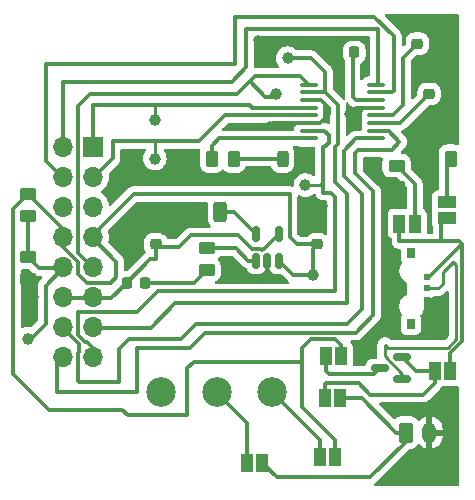
<source format=gbr>
%TF.GenerationSoftware,KiCad,Pcbnew,(6.0.4-0)*%
%TF.CreationDate,2024-03-24T20:00:40+02:00*%
%TF.ProjectId,Project_PCB_v1,50726f6a-6563-4745-9f50-43425f76312e,rev?*%
%TF.SameCoordinates,Original*%
%TF.FileFunction,Copper,L1,Top*%
%TF.FilePolarity,Positive*%
%FSLAX46Y46*%
G04 Gerber Fmt 4.6, Leading zero omitted, Abs format (unit mm)*
G04 Created by KiCad (PCBNEW (6.0.4-0)) date 2024-03-24 20:00:40*
%MOMM*%
%LPD*%
G01*
G04 APERTURE LIST*
G04 Aperture macros list*
%AMRoundRect*
0 Rectangle with rounded corners*
0 $1 Rounding radius*
0 $2 $3 $4 $5 $6 $7 $8 $9 X,Y pos of 4 corners*
0 Add a 4 corners polygon primitive as box body*
4,1,4,$2,$3,$4,$5,$6,$7,$8,$9,$2,$3,0*
0 Add four circle primitives for the rounded corners*
1,1,$1+$1,$2,$3*
1,1,$1+$1,$4,$5*
1,1,$1+$1,$6,$7*
1,1,$1+$1,$8,$9*
0 Add four rect primitives between the rounded corners*
20,1,$1+$1,$2,$3,$4,$5,0*
20,1,$1+$1,$4,$5,$6,$7,0*
20,1,$1+$1,$6,$7,$8,$9,0*
20,1,$1+$1,$8,$9,$2,$3,0*%
G04 Aperture macros list end*
%TA.AperFunction,ComponentPad*%
%ADD10C,2.500000*%
%TD*%
%TA.AperFunction,SMDPad,CuDef*%
%ADD11RoundRect,0.243750X0.243750X0.456250X-0.243750X0.456250X-0.243750X-0.456250X0.243750X-0.456250X0*%
%TD*%
%TA.AperFunction,SMDPad,CuDef*%
%ADD12RoundRect,0.225000X0.250000X-0.225000X0.250000X0.225000X-0.250000X0.225000X-0.250000X-0.225000X0*%
%TD*%
%TA.AperFunction,SMDPad,CuDef*%
%ADD13RoundRect,0.218750X0.218750X0.256250X-0.218750X0.256250X-0.218750X-0.256250X0.218750X-0.256250X0*%
%TD*%
%TA.AperFunction,SMDPad,CuDef*%
%ADD14RoundRect,0.250000X0.450000X-0.262500X0.450000X0.262500X-0.450000X0.262500X-0.450000X-0.262500X0*%
%TD*%
%TA.AperFunction,SMDPad,CuDef*%
%ADD15RoundRect,0.250000X0.312500X0.625000X-0.312500X0.625000X-0.312500X-0.625000X0.312500X-0.625000X0*%
%TD*%
%TA.AperFunction,SMDPad,CuDef*%
%ADD16RoundRect,0.250000X-0.262500X-0.450000X0.262500X-0.450000X0.262500X0.450000X-0.262500X0.450000X0*%
%TD*%
%TA.AperFunction,SMDPad,CuDef*%
%ADD17RoundRect,0.150000X0.587500X0.150000X-0.587500X0.150000X-0.587500X-0.150000X0.587500X-0.150000X0*%
%TD*%
%TA.AperFunction,ComponentPad*%
%ADD18R,1.700000X1.700000*%
%TD*%
%TA.AperFunction,ComponentPad*%
%ADD19O,1.700000X1.700000*%
%TD*%
%TA.AperFunction,SMDPad,CuDef*%
%ADD20R,1.000000X1.500000*%
%TD*%
%TA.AperFunction,ComponentPad*%
%ADD21RoundRect,0.250000X-0.350000X-0.625000X0.350000X-0.625000X0.350000X0.625000X-0.350000X0.625000X0*%
%TD*%
%TA.AperFunction,ComponentPad*%
%ADD22O,1.200000X1.750000*%
%TD*%
%TA.AperFunction,SMDPad,CuDef*%
%ADD23RoundRect,0.250000X0.262500X0.450000X-0.262500X0.450000X-0.262500X-0.450000X0.262500X-0.450000X0*%
%TD*%
%TA.AperFunction,SMDPad,CuDef*%
%ADD24C,1.000000*%
%TD*%
%TA.AperFunction,SMDPad,CuDef*%
%ADD25R,1.500000X1.000000*%
%TD*%
%TA.AperFunction,SMDPad,CuDef*%
%ADD26RoundRect,0.250000X-0.450000X0.262500X-0.450000X-0.262500X0.450000X-0.262500X0.450000X0.262500X0*%
%TD*%
%TA.AperFunction,SMDPad,CuDef*%
%ADD27RoundRect,0.225000X-0.250000X0.225000X-0.250000X-0.225000X0.250000X-0.225000X0.250000X0.225000X0*%
%TD*%
%TA.AperFunction,SMDPad,CuDef*%
%ADD28R,0.510000X0.600000*%
%TD*%
%TA.AperFunction,SMDPad,CuDef*%
%ADD29R,0.700000X0.900000*%
%TD*%
%TA.AperFunction,SMDPad,CuDef*%
%ADD30RoundRect,0.150000X0.150000X-0.512500X0.150000X0.512500X-0.150000X0.512500X-0.150000X-0.512500X0*%
%TD*%
%TA.AperFunction,SMDPad,CuDef*%
%ADD31RoundRect,0.100000X-0.637500X-0.100000X0.637500X-0.100000X0.637500X0.100000X-0.637500X0.100000X0*%
%TD*%
%TA.AperFunction,SMDPad,CuDef*%
%ADD32RoundRect,0.225000X-0.225000X-0.250000X0.225000X-0.250000X0.225000X0.250000X-0.225000X0.250000X0*%
%TD*%
%TA.AperFunction,ViaPad*%
%ADD33C,0.800000*%
%TD*%
%TA.AperFunction,Conductor*%
%ADD34C,0.300000*%
%TD*%
%TA.AperFunction,Conductor*%
%ADD35C,0.250000*%
%TD*%
G04 APERTURE END LIST*
D10*
%TO.P,U1,1,1*%
%TO.N,Net-(JP_SB_Bat1-Pad2)*%
X108700025Y-95000000D03*
%TO.P,U1,2,2*%
%TO.N,Net-(JP_SB1-Pad2)*%
X104000000Y-95000000D03*
%TO.P,U1,3,3*%
%TO.N,unconnected-(U1-Pad3)*%
X99299975Y-95000000D03*
%TD*%
D11*
%TO.P,Fault1,1,K*%
%TO.N,GND*%
X111437500Y-75250000D03*
%TO.P,Fault1,2,A*%
%TO.N,Net-(Fault1-Pad2)*%
X109562500Y-75250000D03*
%TD*%
D12*
%TO.P,C_Vm1,1*%
%TO.N,VM*%
X120965000Y-65525000D03*
%TO.P,C_Vm1,2*%
%TO.N,GND*%
X120965000Y-63975000D03*
%TD*%
D13*
%TO.P,D_Stat1,1,K*%
%TO.N,Net-(D_Stat1-Pad1)*%
X97934641Y-85750000D03*
%TO.P,D_Stat1,2,A*%
%TO.N,5V_1*%
X96359641Y-85750000D03*
%TD*%
D14*
%TO.P,R_S2,1*%
%TO.N,GND*%
X119215000Y-77662500D03*
%TO.P,R_S2,2*%
%TO.N,Net-(JP_S2-Pad2)*%
X119215000Y-75837500D03*
%TD*%
D15*
%TO.P,R_Prog1,1*%
%TO.N,Net-(Charge1-Pad5)*%
X104295359Y-79750000D03*
%TO.P,R_Prog1,2*%
%TO.N,GND*%
X101370359Y-79750000D03*
%TD*%
D16*
%TO.P,R_Fault1,1*%
%TO.N,Net-(MD1-Pad8)*%
X103587500Y-75250000D03*
%TO.P,R_Fault1,2*%
%TO.N,Net-(Fault1-Pad2)*%
X105412500Y-75250000D03*
%TD*%
D17*
%TO.P,Q1,1,G*%
%TO.N,/G*%
X119687500Y-93950000D03*
%TO.P,Q1,2,S*%
%TO.N,/S*%
X119687500Y-92050000D03*
%TO.P,Q1,3,D*%
%TO.N,/D*%
X117812500Y-93000000D03*
%TD*%
D18*
%TO.P,PinCon1,1,Pin_1*%
%TO.N,Motor2_A*%
X93500000Y-74250000D03*
D19*
%TO.P,PinCon1,2,Pin_2*%
%TO.N,PC6-9 PWM1*%
X90960000Y-74250000D03*
%TO.P,PinCon1,3,Pin_3*%
%TO.N,Motor2_B*%
X93500000Y-76790000D03*
%TO.P,PinCon1,4,Pin_4*%
%TO.N,PC6-9 PWM2*%
X90960000Y-76790000D03*
%TO.P,PinCon1,5,Pin_5*%
%TO.N,GND*%
X93500000Y-79330000D03*
%TO.P,PinCon1,6,Pin_6*%
X90960000Y-79330000D03*
%TO.P,PinCon1,7,Pin_7*%
%TO.N,BATT_1*%
X93500000Y-81870000D03*
%TO.P,PinCon1,8,Pin_8*%
X90960000Y-81870000D03*
%TO.P,PinCon1,9,Pin_9*%
%TO.N,Reserve*%
X93500000Y-84410000D03*
%TO.P,PinCon1,10,Pin_10*%
%TO.N,BATT_ADC*%
X90960000Y-84410000D03*
%TO.P,PinCon1,11,Pin_11*%
%TO.N,5V_1*%
X93500000Y-86950000D03*
%TO.P,PinCon1,12,Pin_12*%
X90960000Y-86950000D03*
%TO.P,PinCon1,13,Pin_13*%
%TO.N,Motor1_A*%
X93500000Y-89490000D03*
%TO.P,PinCon1,14,Pin_14*%
%TO.N,PC6-9 PWM3*%
X90960000Y-89490000D03*
%TO.P,PinCon1,15,Pin_15*%
%TO.N,Motor1_B*%
X93500000Y-92030000D03*
%TO.P,PinCon1,16,Pin_16*%
%TO.N,PC6-9 PWM4*%
X90960000Y-92030000D03*
%TD*%
D20*
%TO.P,JP_SA_C1,1,A*%
%TO.N,Net-(JP_S1-Pad1)*%
X123765000Y-93250000D03*
%TO.P,JP_SA_C1,2,B*%
%TO.N,/S*%
X122465000Y-93250000D03*
%TD*%
D21*
%TO.P,J2,1,Pin_1*%
%TO.N,Net-(J2-Pad1)*%
X120005000Y-98445000D03*
D22*
%TO.P,J2,2,Pin_2*%
%TO.N,GND*%
X122005000Y-98445000D03*
%TD*%
D23*
%TO.P,R_S1,1*%
%TO.N,Net-(JP_S1-Pad2)*%
X123790000Y-75250000D03*
%TO.P,R_S1,2*%
%TO.N,GND*%
X121965000Y-75250000D03*
%TD*%
D20*
%TO.P,JP_SA1,1,A*%
%TO.N,Net-(J2-Pad1)*%
X114465000Y-95500000D03*
%TO.P,JP_SA1,2,B*%
%TO.N,/S*%
X113165000Y-95500000D03*
%TD*%
D24*
%TO.P,TP_En1,1,1*%
%TO.N,Reserve*%
X109000000Y-69750000D03*
%TD*%
D25*
%TO.P,JP_S1,1,A*%
%TO.N,Net-(JP_S1-Pad1)*%
X123465000Y-80250000D03*
%TO.P,JP_S1,2,B*%
%TO.N,Net-(JP_S1-Pad2)*%
X123465000Y-78950000D03*
%TD*%
D20*
%TO.P,JP_SA_Bat1,1,A*%
%TO.N,/D*%
X113215000Y-92000000D03*
%TO.P,JP_SA_Bat1,2,B*%
%TO.N,BATT_1*%
X114515000Y-92000000D03*
%TD*%
D24*
%TO.P,TPM1A1,1,1*%
%TO.N,Motor1_A*%
X110000000Y-66750000D03*
%TD*%
%TO.P,TPM2A1,1,1*%
%TO.N,Motor2_A*%
X98750000Y-72000000D03*
%TD*%
D26*
%TO.P,R1,1*%
%TO.N,BATT_1*%
X88000000Y-78250000D03*
%TO.P,R1,2*%
%TO.N,BATT_ADC*%
X88000000Y-80075000D03*
%TD*%
D14*
%TO.P,R_Stat1,1*%
%TO.N,Net-(D_Stat1-Pad1)*%
X103147141Y-84662500D03*
%TO.P,R_Stat1,2*%
%TO.N,Net-(Charge1-Pad1)*%
X103147141Y-82837500D03*
%TD*%
D24*
%TO.P,TP_Charge1,1,1*%
%TO.N,BATT_1*%
X112147141Y-85082500D03*
%TD*%
D27*
%TO.P,C_Vcp1,1*%
%TO.N,GND*%
X121965000Y-68225000D03*
%TO.P,C_Vcp1,2*%
%TO.N,Net-(C_Vcp1-Pad2)*%
X121965000Y-69775000D03*
%TD*%
D20*
%TO.P,JP_SB_Bat1,1,A*%
%TO.N,BATT_1*%
X114015000Y-100500000D03*
%TO.P,JP_SB_Bat1,2,B*%
%TO.N,Net-(JP_SB_Bat1-Pad2)*%
X112715000Y-100500000D03*
%TD*%
D26*
%TO.P,R2,1*%
%TO.N,BATT_ADC*%
X88000000Y-83587500D03*
%TO.P,R2,2*%
%TO.N,GND*%
X88000000Y-85412500D03*
%TD*%
D28*
%TO.P,SA1,1*%
%TO.N,Net-(JP_S1-Pad1)*%
X121780000Y-85250000D03*
%TO.P,SA1,2*%
%TO.N,GND*%
X121780000Y-87250000D03*
%TO.P,SA1,C*%
%TO.N,/G*%
X121780000Y-86250000D03*
D29*
%TO.P,SA1,S1*%
%TO.N,N/C*%
X120425000Y-89250000D03*
%TO.P,SA1,S2*%
X120425000Y-83250000D03*
%TD*%
D24*
%TO.P,TP1B1,1,1*%
%TO.N,Motor1_B*%
X111500000Y-77500000D03*
%TD*%
D30*
%TO.P,Charge1,1,STAT*%
%TO.N,Net-(Charge1-Pad1)*%
X107334641Y-83887500D03*
%TO.P,Charge1,2,VSS*%
%TO.N,GND*%
X108284641Y-83887500D03*
%TO.P,Charge1,3,VBAT*%
%TO.N,BATT_1*%
X109234641Y-83887500D03*
%TO.P,Charge1,4,VDD*%
%TO.N,5V_1*%
X109234641Y-81612500D03*
%TO.P,Charge1,5,PROG*%
%TO.N,Net-(Charge1-Pad5)*%
X107334641Y-81612500D03*
%TD*%
D31*
%TO.P,MD1,1,nSLEEP*%
%TO.N,Reserve*%
X111780000Y-69000000D03*
%TO.P,MD1,2,AOUT1*%
%TO.N,Motor1_A*%
X111780000Y-69650000D03*
%TO.P,MD1,3,AISEN*%
%TO.N,GND*%
X111780000Y-70300000D03*
%TO.P,MD1,4,AOUT2*%
%TO.N,Motor2_A*%
X111780000Y-70950000D03*
%TO.P,MD1,5,BOUT2*%
%TO.N,Motor2_B*%
X111780000Y-71600000D03*
%TO.P,MD1,6,BISEN*%
%TO.N,GND*%
X111780000Y-72250000D03*
%TO.P,MD1,7,BOUT1*%
%TO.N,Motor1_B*%
X111780000Y-72900000D03*
%TO.P,MD1,8,nFAULT*%
%TO.N,Net-(MD1-Pad8)*%
X111780000Y-73550000D03*
%TO.P,MD1,9,BIN1*%
%TO.N,PC6-9 PWM3*%
X117505000Y-73550000D03*
%TO.P,MD1,10,BIN2*%
%TO.N,PC6-9 PWM4*%
X117505000Y-72900000D03*
%TO.P,MD1,11,VCP*%
%TO.N,Net-(C_Vcp1-Pad2)*%
X117505000Y-72250000D03*
%TO.P,MD1,12,VM*%
%TO.N,VM*%
X117505000Y-71600000D03*
%TO.P,MD1,13,GND*%
%TO.N,GND*%
X117505000Y-70950000D03*
%TO.P,MD1,14,VINT*%
%TO.N,Net-(C_Vint1-Pad2)*%
X117505000Y-70300000D03*
%TO.P,MD1,15,AIN2*%
%TO.N,PC6-9 PWM2*%
X117505000Y-69650000D03*
%TO.P,MD1,16,AIN1*%
%TO.N,PC6-9 PWM1*%
X117505000Y-69000000D03*
%TD*%
D12*
%TO.P,C_Batt1,1*%
%TO.N,BATT_1*%
X112500000Y-82525000D03*
%TO.P,C_Batt1,2*%
%TO.N,GND*%
X112500000Y-80975000D03*
%TD*%
D20*
%TO.P,JP_SB1,1,A*%
%TO.N,Net-(J2-Pad1)*%
X107865000Y-101000000D03*
%TO.P,JP_SB1,2,B*%
%TO.N,Net-(JP_SB1-Pad2)*%
X106565000Y-101000000D03*
%TD*%
D24*
%TO.P,TP_ADC1,1,1*%
%TO.N,BATT_ADC*%
X88000000Y-90500000D03*
%TD*%
%TO.P,TP2B1,1,1*%
%TO.N,Motor2_B*%
X98750000Y-75250000D03*
%TD*%
D32*
%TO.P,C_Vint1,1*%
%TO.N,GND*%
X114092500Y-66250000D03*
%TO.P,C_Vint1,2*%
%TO.N,Net-(C_Vint1-Pad2)*%
X115642500Y-66250000D03*
%TD*%
D20*
%TO.P,JP_S2,1,A*%
%TO.N,Net-(JP_S1-Pad1)*%
X119465000Y-80750000D03*
%TO.P,JP_S2,2,B*%
%TO.N,Net-(JP_S2-Pad2)*%
X120765000Y-80750000D03*
%TD*%
D12*
%TO.P,C_Vdd1,1*%
%TO.N,5V_1*%
X98832859Y-82525000D03*
%TO.P,C_Vdd1,2*%
%TO.N,GND*%
X98832859Y-80975000D03*
%TD*%
D33*
%TO.N,GND*%
X107500000Y-76500000D03*
X108465000Y-72500000D03*
X112965000Y-79250000D03*
X88500000Y-87000000D03*
X95965000Y-81500000D03*
X124000000Y-95250000D03*
X115215000Y-71500000D03*
X121465000Y-72250000D03*
X117250000Y-76000000D03*
X105465000Y-84250000D03*
X107465000Y-65250000D03*
%TD*%
D34*
%TO.N,BATT_1*%
X90965000Y-81995000D02*
X90965000Y-82710000D01*
X110775000Y-82525000D02*
X110172621Y-81922621D01*
X110172621Y-78250000D02*
X96955027Y-78250000D01*
X101500000Y-93000000D02*
X101500000Y-97000000D01*
X114015000Y-99050000D02*
X111215000Y-96250000D01*
X92250000Y-84995000D02*
X93005000Y-85750000D01*
X112147141Y-85082500D02*
X112147141Y-82877859D01*
X101500000Y-97000000D02*
X96500000Y-97000000D01*
X95505000Y-83995000D02*
X93505000Y-81995000D01*
X93505000Y-81700027D02*
X93505000Y-81995000D01*
X96000000Y-96500000D02*
X89750000Y-96500000D01*
X95005000Y-85750000D02*
X95505000Y-85250000D01*
X92250000Y-83995000D02*
X92250000Y-84995000D01*
X110172621Y-81922621D02*
X110172621Y-78250000D01*
X90965000Y-81215000D02*
X90965000Y-81995000D01*
X112147141Y-82877859D02*
X112500000Y-82525000D01*
X111215000Y-92465000D02*
X102035000Y-92465000D01*
X95505000Y-85250000D02*
X95505000Y-83995000D01*
X86750000Y-93500000D02*
X86750000Y-79500000D01*
X109234641Y-83887500D02*
X110429641Y-85082500D01*
X89750000Y-96500000D02*
X86750000Y-93500000D01*
X96955027Y-78250000D02*
X93505000Y-81700027D01*
X96500000Y-97000000D02*
X96000000Y-96500000D01*
X88000000Y-78250000D02*
X90965000Y-81215000D01*
X86750000Y-79500000D02*
X88000000Y-78250000D01*
X113965000Y-90500000D02*
X114515000Y-91050000D01*
X111215000Y-92465000D02*
X111215000Y-91250000D01*
X114515000Y-91050000D02*
X114515000Y-92000000D01*
X110429641Y-85082500D02*
X112147141Y-85082500D01*
X111965000Y-90500000D02*
X113965000Y-90500000D01*
X90965000Y-82710000D02*
X92250000Y-83995000D01*
X111215000Y-91250000D02*
X111965000Y-90500000D01*
X111215000Y-96250000D02*
X111215000Y-92465000D01*
X112500000Y-82525000D02*
X110775000Y-82525000D01*
X102035000Y-92465000D02*
X101500000Y-93000000D01*
X114015000Y-100500000D02*
X114015000Y-99050000D01*
X93005000Y-85750000D02*
X95005000Y-85750000D01*
%TO.N,GND*%
X108715000Y-72250000D02*
X111780000Y-72250000D01*
X112810000Y-70300000D02*
X113505000Y-70995000D01*
X88500000Y-87000000D02*
X88500000Y-85912500D01*
X113505000Y-71463821D02*
X112718821Y-72250000D01*
X112718821Y-72250000D02*
X111780000Y-72250000D01*
X88500000Y-85912500D02*
X88000000Y-85412500D01*
X115765000Y-70950000D02*
X117505000Y-70950000D01*
X111780000Y-70300000D02*
X112810000Y-70300000D01*
X108465000Y-72500000D02*
X108715000Y-72250000D01*
X113505000Y-70995000D02*
X113505000Y-71463821D01*
X115215000Y-71500000D02*
X115765000Y-70950000D01*
%TO.N,Net-(C_Vcp1-Pad2)*%
X117505000Y-72250000D02*
X119490000Y-72250000D01*
X119490000Y-72250000D02*
X121965000Y-69775000D01*
%TO.N,5V_1*%
X93505000Y-87075000D02*
X95034641Y-87075000D01*
X107971661Y-82875480D02*
X107927734Y-82875480D01*
X95034641Y-87075000D02*
X96359641Y-85750000D01*
X107927734Y-82875480D02*
X107809641Y-82993573D01*
X96359641Y-85750000D02*
X98359641Y-83750000D01*
X100832859Y-82750000D02*
X99057859Y-82750000D01*
X107809641Y-82993573D02*
X107691548Y-82875480D01*
X106968036Y-82885177D02*
X105832859Y-81750000D01*
X90965000Y-87075000D02*
X93505000Y-87075000D01*
X99057859Y-82750000D02*
X98832859Y-82525000D01*
X109234641Y-81612500D02*
X107971661Y-82875480D01*
X98359641Y-83750000D02*
X98832859Y-83750000D01*
X101832859Y-81750000D02*
X100832859Y-82750000D01*
X107691548Y-82875480D02*
X106977734Y-82875480D01*
X105832859Y-81750000D02*
X101832859Y-81750000D01*
X98832859Y-83750000D02*
X98832859Y-82525000D01*
X106977734Y-82875480D02*
X106968036Y-82885177D01*
%TO.N,Net-(C_Vint1-Pad2)*%
X115810000Y-70300000D02*
X115505000Y-69995000D01*
X117505000Y-70300000D02*
X115810000Y-70300000D01*
X115505000Y-66387500D02*
X115642500Y-66250000D01*
X115505000Y-69995000D02*
X115505000Y-66387500D01*
%TO.N,VM*%
X118900000Y-71600000D02*
X117505000Y-71600000D01*
X119750000Y-66740000D02*
X119750000Y-70750000D01*
X119750000Y-70750000D02*
X118900000Y-71600000D01*
X120965000Y-65525000D02*
X119750000Y-66740000D01*
%TO.N,Net-(D_Stat1-Pad1)*%
X103147141Y-84662500D02*
X102059641Y-85750000D01*
X102059641Y-85750000D02*
X97934641Y-85750000D01*
%TO.N,Net-(Fault1-Pad2)*%
X105412500Y-75250000D02*
X109562500Y-75250000D01*
%TO.N,/S*%
X113215000Y-94250000D02*
X116000000Y-94250000D01*
X116000000Y-94250000D02*
X117000000Y-95250000D01*
X117000000Y-95250000D02*
X121465000Y-95250000D01*
X120887500Y-93250000D02*
X122465000Y-93250000D01*
X119687500Y-92050000D02*
X120887500Y-93250000D01*
X113165000Y-95500000D02*
X113165000Y-94300000D01*
X113165000Y-94300000D02*
X113215000Y-94250000D01*
X122465000Y-94250000D02*
X122465000Y-93250000D01*
X121465000Y-95250000D02*
X122465000Y-94250000D01*
%TO.N,Net-(J2-Pad1)*%
X116250000Y-95500000D02*
X119195000Y-98445000D01*
X109115000Y-102250000D02*
X116965000Y-102250000D01*
X119195000Y-98445000D02*
X120005000Y-98445000D01*
X107865000Y-101000000D02*
X109115000Y-102250000D01*
X120005000Y-99210000D02*
X120005000Y-98445000D01*
X116965000Y-102250000D02*
X120005000Y-99210000D01*
X114465000Y-95500000D02*
X116250000Y-95500000D01*
%TO.N,Net-(JP_S1-Pad1)*%
X124750000Y-82500000D02*
X124750000Y-90715000D01*
X124750000Y-90715000D02*
X123765000Y-91700000D01*
X124750000Y-82500000D02*
X124470000Y-82220000D01*
X122965000Y-82250000D02*
X119465000Y-82250000D01*
X119465000Y-82250000D02*
X119465000Y-80750000D01*
X124470000Y-82220000D02*
X122995000Y-82220000D01*
X123765000Y-91700000D02*
X123765000Y-93250000D01*
X122995000Y-82220000D02*
X122995000Y-80720000D01*
X122995000Y-80720000D02*
X123465000Y-80250000D01*
X122995000Y-82220000D02*
X122965000Y-82250000D01*
X122000000Y-85250000D02*
X124750000Y-82500000D01*
X121780000Y-85250000D02*
X122000000Y-85250000D01*
%TO.N,Motor2_A*%
X106967500Y-70950000D02*
X111780000Y-70950000D01*
X93505000Y-70750000D02*
X98750000Y-70750000D01*
X98750000Y-70750000D02*
X106767500Y-70750000D01*
X106767500Y-70750000D02*
X106967500Y-70950000D01*
D35*
X98750000Y-72000000D02*
X98750000Y-70750000D01*
D34*
X93505000Y-74375000D02*
X93505000Y-70750000D01*
%TO.N,PC6-9 PWM1*%
X90965000Y-68790000D02*
X91005000Y-68750000D01*
X117642500Y-68862500D02*
X117505000Y-69000000D01*
X90965000Y-74375000D02*
X90965000Y-68790000D01*
X106505000Y-67495000D02*
X106505000Y-64250000D01*
X91005000Y-68750000D02*
X105250000Y-68750000D01*
X105250000Y-68750000D02*
X106505000Y-67495000D01*
X117642500Y-64250000D02*
X117642500Y-68862500D01*
X106505000Y-64250000D02*
X117642500Y-64250000D01*
%TO.N,Motor2_B*%
X102500000Y-73750000D02*
X104650000Y-71600000D01*
X104650000Y-71600000D02*
X111780000Y-71600000D01*
X95180000Y-73750000D02*
X98750000Y-73750000D01*
X93505000Y-76915000D02*
X95180000Y-75240000D01*
X98750000Y-73750000D02*
X102500000Y-73750000D01*
D35*
X98750000Y-75250000D02*
X98750000Y-73750000D01*
D34*
X95180000Y-75240000D02*
X95180000Y-73750000D01*
%TO.N,PC6-9 PWM2*%
X105505000Y-63250000D02*
X105505000Y-67250000D01*
X89505000Y-67250000D02*
X89505000Y-75455000D01*
X117348927Y-63250000D02*
X105505000Y-63250000D01*
X117505000Y-69650000D02*
X118850000Y-69650000D01*
X118850000Y-69650000D02*
X119000000Y-69500000D01*
X119000000Y-69500000D02*
X119000000Y-64901073D01*
X89505000Y-75455000D02*
X90965000Y-76915000D01*
X105505000Y-67250000D02*
X89505000Y-67250000D01*
X119000000Y-64901073D02*
X117348927Y-63250000D01*
%TO.N,Reserve*%
X111030000Y-68250000D02*
X111780000Y-69000000D01*
X93298093Y-69750480D02*
X105749520Y-69750480D01*
X106800480Y-68699520D02*
X107250000Y-68250000D01*
X107250000Y-68250000D02*
X111030000Y-68250000D01*
X92250000Y-83280000D02*
X92250000Y-70798573D01*
X93505000Y-84535000D02*
X92250000Y-83280000D01*
X109005000Y-69995000D02*
X108095960Y-69995000D01*
X108095960Y-69995000D02*
X106800480Y-68699520D01*
X105749520Y-69750480D02*
X106800480Y-68699520D01*
X92250000Y-70798573D02*
X93298093Y-69750480D01*
%TO.N,BATT_ADC*%
X90965000Y-84535000D02*
X88947500Y-84535000D01*
X88947500Y-84535000D02*
X88000000Y-83587500D01*
X89500000Y-86000000D02*
X90965000Y-84535000D01*
X88250000Y-90500000D02*
X89500000Y-89250000D01*
X89500000Y-89250000D02*
X89500000Y-86000000D01*
X88000000Y-83587500D02*
X88000000Y-80075000D01*
%TO.N,Motor1_A*%
X98385000Y-89615000D02*
X100500000Y-87500000D01*
X93505000Y-89615000D02*
X98385000Y-89615000D01*
X114250000Y-74000000D02*
X114250000Y-70747500D01*
X113152500Y-69650000D02*
X111780000Y-69650000D01*
X115000000Y-78250000D02*
X114000000Y-77250000D01*
X112000000Y-66750000D02*
X110000000Y-66750000D01*
X115000000Y-87500000D02*
X115000000Y-78250000D01*
X113152500Y-69650000D02*
X113152500Y-67902500D01*
X100500000Y-87500000D02*
X115000000Y-87500000D01*
X114250000Y-70747500D02*
X113152500Y-69650000D01*
X114000000Y-74250000D02*
X114250000Y-74000000D01*
X114000000Y-77250000D02*
X114000000Y-74250000D01*
X113152500Y-67902500D02*
X112000000Y-66750000D01*
%TO.N,PC6-9 PWM3*%
X95750000Y-94169511D02*
X95750000Y-91344375D01*
X90965000Y-89615000D02*
X92330489Y-90980489D01*
X114750000Y-74585480D02*
X115785480Y-73550000D01*
X115785480Y-73550000D02*
X117505000Y-73550000D01*
X92330489Y-90980489D02*
X92330489Y-91633145D01*
X102250000Y-89250000D02*
X115000000Y-89250000D01*
X115000000Y-89250000D02*
X116250000Y-88000000D01*
X95750000Y-91344375D02*
X96599375Y-90495000D01*
X92330489Y-94169511D02*
X95750000Y-94169511D01*
X114750000Y-76750000D02*
X114750000Y-74585480D01*
X92250000Y-91713634D02*
X92250000Y-94089022D01*
X101005000Y-90495000D02*
X102250000Y-89250000D01*
X96599375Y-90495000D02*
X101005000Y-90495000D01*
X92330489Y-91633145D02*
X92250000Y-91713634D01*
X92250000Y-94089022D02*
X92330489Y-94169511D01*
X116250000Y-78250000D02*
X114750000Y-76750000D01*
X116250000Y-88000000D02*
X116250000Y-78250000D01*
%TO.N,Motor1_B*%
X113000000Y-78132500D02*
X113000000Y-77250000D01*
X92250000Y-90193572D02*
X92250000Y-88250000D01*
X113465000Y-73250000D02*
X113115000Y-72900000D01*
X113115000Y-72900000D02*
X111780000Y-72900000D01*
X114000000Y-78500000D02*
X113632500Y-78132500D01*
X93505000Y-91276010D02*
X93043501Y-90814511D01*
X113632500Y-78132500D02*
X113000000Y-78132500D01*
D35*
X111500000Y-77500000D02*
X112750000Y-77500000D01*
D34*
X92870939Y-90814511D02*
X92250000Y-90193572D01*
X113072500Y-74285000D02*
X113465000Y-73892500D01*
X113465000Y-73892500D02*
X113465000Y-73250000D01*
X97250000Y-88250000D02*
X97257859Y-88257859D01*
X93043501Y-90814511D02*
X92870939Y-90814511D01*
D35*
X112750000Y-77500000D02*
X113000000Y-77250000D01*
D34*
X97257859Y-88257859D02*
X99015718Y-86500000D01*
X114000000Y-86500000D02*
X114000000Y-78500000D01*
X113000000Y-77250000D02*
X113000000Y-74285000D01*
X99015718Y-86500000D02*
X114000000Y-86500000D01*
X92250000Y-88250000D02*
X97250000Y-88250000D01*
X93505000Y-92155000D02*
X93505000Y-91276010D01*
X113000000Y-74285000D02*
X113072500Y-74285000D01*
%TO.N,PC6-9 PWM4*%
X103005000Y-89995000D02*
X115755000Y-89995000D01*
X90965000Y-92155000D02*
X90500000Y-92620000D01*
X117250000Y-78035000D02*
X115715000Y-76500000D01*
X97250000Y-94995000D02*
X97250000Y-91250000D01*
X101750000Y-91250000D02*
X103005000Y-89995000D01*
X118790841Y-74500000D02*
X119465000Y-73825841D01*
X90500000Y-94995000D02*
X97250000Y-94995000D01*
X117250000Y-88500000D02*
X117250000Y-78035000D01*
X115715000Y-76500000D02*
X115715000Y-74750000D01*
X115755000Y-89995000D02*
X117250000Y-88500000D01*
X97250000Y-91250000D02*
X101750000Y-91250000D01*
X115965000Y-74500000D02*
X118790841Y-74500000D01*
X115715000Y-74750000D02*
X115965000Y-74500000D01*
X119465000Y-73825841D02*
X118539159Y-72900000D01*
X118539159Y-72900000D02*
X117505000Y-72900000D01*
X90500000Y-92620000D02*
X90500000Y-94995000D01*
D35*
%TO.N,/G*%
X123109511Y-84890489D02*
X124000000Y-84000000D01*
X118215000Y-91993928D02*
X119687500Y-93466428D01*
X119687500Y-93466428D02*
X119687500Y-93950000D01*
X118215000Y-91000000D02*
X118215000Y-91993928D01*
X122734022Y-86250000D02*
X123109511Y-85874511D01*
X124250000Y-90543928D02*
X123543928Y-91250000D01*
X123543928Y-91250000D02*
X118465000Y-91250000D01*
X121780000Y-86250000D02*
X122734022Y-86250000D01*
X118465000Y-91250000D02*
X118215000Y-91000000D01*
X124250000Y-84250000D02*
X124250000Y-90543928D01*
X124000000Y-84000000D02*
X124250000Y-84250000D01*
X123109511Y-85874511D02*
X123109511Y-84890489D01*
D34*
%TO.N,Net-(MD1-Pad8)*%
X103587500Y-74162500D02*
X104200000Y-73550000D01*
X103587500Y-75250000D02*
X103587500Y-74162500D01*
X104200000Y-73550000D02*
X111780000Y-73550000D01*
%TO.N,Net-(Charge1-Pad1)*%
X105587500Y-82837500D02*
X106637500Y-83887500D01*
X106637500Y-83887500D02*
X107334641Y-83887500D01*
X103147141Y-82837500D02*
X105587500Y-82837500D01*
%TO.N,Net-(Charge1-Pad5)*%
X105472141Y-79750000D02*
X107334641Y-81612500D01*
X104295359Y-79750000D02*
X105472141Y-79750000D01*
%TO.N,Net-(JP_S1-Pad2)*%
X123465000Y-75575000D02*
X123790000Y-75250000D01*
X123465000Y-78950000D02*
X123465000Y-75575000D01*
%TO.N,Net-(JP_S2-Pad2)*%
X120765000Y-77387500D02*
X119215000Y-75837500D01*
X120765000Y-80750000D02*
X120765000Y-77387500D01*
%TO.N,/D*%
X113215000Y-92000000D02*
X113215000Y-93250000D01*
X113215000Y-93250000D02*
X113465000Y-93500000D01*
X113465000Y-93500000D02*
X117312500Y-93500000D01*
X117312500Y-93500000D02*
X117812500Y-93000000D01*
%TO.N,Net-(JP_SB1-Pad2)*%
X106565000Y-101000000D02*
X106565000Y-97600000D01*
X106565000Y-97600000D02*
X103965000Y-95000000D01*
%TO.N,Net-(JP_SB_Bat1-Pad2)*%
X112715000Y-99050000D02*
X112715000Y-100500000D01*
X108665000Y-95000000D02*
X112715000Y-99050000D01*
%TD*%
%TA.AperFunction,Conductor*%
%TO.N,GND*%
G36*
X123164580Y-94494738D02*
G01*
X123214224Y-94500131D01*
X123214229Y-94500131D01*
X123217623Y-94500500D01*
X123764919Y-94500500D01*
X124312376Y-94500499D01*
X124315767Y-94500131D01*
X124315779Y-94500130D01*
X124359895Y-94495338D01*
X124429777Y-94507867D01*
X124481792Y-94556189D01*
X124499500Y-94620601D01*
X124499500Y-102873500D01*
X124479498Y-102941621D01*
X124425842Y-102988114D01*
X124373500Y-102999500D01*
X117434916Y-102999500D01*
X117366795Y-102979498D01*
X117320302Y-102925842D01*
X117310198Y-102855568D01*
X117339692Y-102790988D01*
X117357688Y-102773942D01*
X117360042Y-102772116D01*
X117366865Y-102768081D01*
X117381758Y-102753188D01*
X117396792Y-102740347D01*
X117407423Y-102732623D01*
X117413837Y-102727963D01*
X117442880Y-102692856D01*
X117450869Y-102684077D01*
X120277541Y-99857405D01*
X120339853Y-99823379D01*
X120366636Y-99820500D01*
X120404866Y-99820500D01*
X120408112Y-99820163D01*
X120408116Y-99820163D01*
X120502661Y-99810353D01*
X120502665Y-99810352D01*
X120509519Y-99809641D01*
X120516055Y-99807460D01*
X120516057Y-99807460D01*
X120668581Y-99756574D01*
X120675529Y-99754256D01*
X120824345Y-99662166D01*
X120947984Y-99538311D01*
X120961996Y-99515580D01*
X120981087Y-99484608D01*
X121033858Y-99437114D01*
X121103930Y-99425690D01*
X121169054Y-99453963D01*
X121187431Y-99472888D01*
X121195259Y-99482853D01*
X121203499Y-99491506D01*
X121354123Y-99622212D01*
X121363847Y-99629147D01*
X121536467Y-99729010D01*
X121547331Y-99733984D01*
X121735727Y-99799407D01*
X121736716Y-99799648D01*
X121747008Y-99798180D01*
X121751000Y-99784615D01*
X121751000Y-99780402D01*
X122259000Y-99780402D01*
X122262973Y-99793933D01*
X122272399Y-99795288D01*
X122361537Y-99773806D01*
X122372832Y-99769917D01*
X122554382Y-99687371D01*
X122564724Y-99681424D01*
X122727397Y-99566032D01*
X122736425Y-99558239D01*
X122874342Y-99414169D01*
X122881738Y-99404804D01*
X122989921Y-99237259D01*
X122995417Y-99226655D01*
X123069961Y-99041688D01*
X123073355Y-99030230D01*
X123111857Y-98833072D01*
X123112934Y-98824209D01*
X123113000Y-98821500D01*
X123113000Y-98717115D01*
X123108525Y-98701876D01*
X123107135Y-98700671D01*
X123099452Y-98699000D01*
X122277115Y-98699000D01*
X122261876Y-98703475D01*
X122260671Y-98704865D01*
X122259000Y-98712548D01*
X122259000Y-99780402D01*
X121751000Y-99780402D01*
X121751000Y-98172885D01*
X122259000Y-98172885D01*
X122263475Y-98188124D01*
X122264865Y-98189329D01*
X122272548Y-98191000D01*
X123094885Y-98191000D01*
X123110124Y-98186525D01*
X123111329Y-98185135D01*
X123113000Y-98177452D01*
X123113000Y-98120168D01*
X123112715Y-98114192D01*
X123098529Y-97965506D01*
X123096270Y-97953772D01*
X123040128Y-97762401D01*
X123035698Y-97751325D01*
X122944381Y-97574022D01*
X122937931Y-97563976D01*
X122814738Y-97407143D01*
X122806501Y-97398494D01*
X122655877Y-97267788D01*
X122646153Y-97260853D01*
X122473533Y-97160990D01*
X122462669Y-97156016D01*
X122274273Y-97090593D01*
X122273284Y-97090352D01*
X122262992Y-97091820D01*
X122259000Y-97105385D01*
X122259000Y-98172885D01*
X121751000Y-98172885D01*
X121751000Y-97109598D01*
X121747027Y-97096067D01*
X121737601Y-97094712D01*
X121648463Y-97116194D01*
X121637168Y-97120083D01*
X121455618Y-97202629D01*
X121445276Y-97208576D01*
X121282603Y-97323968D01*
X121273575Y-97331761D01*
X121180751Y-97428726D01*
X121119196Y-97464102D01*
X121048286Y-97460583D01*
X120990536Y-97419286D01*
X120982589Y-97407898D01*
X120951020Y-97356883D01*
X120947166Y-97350655D01*
X120823311Y-97227016D01*
X120814084Y-97221328D01*
X120767357Y-97192526D01*
X120674334Y-97135186D01*
X120634945Y-97122121D01*
X120514759Y-97082256D01*
X120514757Y-97082255D01*
X120508228Y-97080090D01*
X120404866Y-97069500D01*
X119605134Y-97069500D01*
X119601888Y-97069837D01*
X119601884Y-97069837D01*
X119507339Y-97079647D01*
X119507335Y-97079648D01*
X119500481Y-97080359D01*
X119493945Y-97082540D01*
X119493943Y-97082540D01*
X119406846Y-97111598D01*
X119334471Y-97135744D01*
X119185655Y-97227834D01*
X119180482Y-97233016D01*
X119130939Y-97282646D01*
X119068656Y-97316726D01*
X118997836Y-97311723D01*
X118952670Y-97282724D01*
X117785541Y-96115595D01*
X117751515Y-96053283D01*
X117756580Y-95982468D01*
X117799127Y-95925632D01*
X117865647Y-95900821D01*
X117874636Y-95900500D01*
X121384000Y-95900500D01*
X121395640Y-95901049D01*
X121403296Y-95902760D01*
X121411219Y-95902511D01*
X121457417Y-95901059D01*
X121473231Y-95900562D01*
X121477188Y-95900500D01*
X121505925Y-95900500D01*
X121510196Y-95899961D01*
X121522024Y-95899029D01*
X121567569Y-95897597D01*
X121575183Y-95895385D01*
X121575188Y-95895384D01*
X121587792Y-95891722D01*
X121607156Y-95887711D01*
X121628058Y-95885071D01*
X121635429Y-95882152D01*
X121635431Y-95882152D01*
X121670420Y-95868298D01*
X121681631Y-95864459D01*
X121725398Y-95851744D01*
X121743536Y-95841018D01*
X121761281Y-95832324D01*
X121780871Y-95824568D01*
X121817738Y-95797782D01*
X121827646Y-95791275D01*
X121860042Y-95772117D01*
X121860047Y-95772113D01*
X121866865Y-95768081D01*
X121881758Y-95753188D01*
X121896792Y-95740347D01*
X121907423Y-95732623D01*
X121913837Y-95727963D01*
X121942880Y-95692856D01*
X121950869Y-95684077D01*
X122867698Y-94767248D01*
X122876315Y-94759407D01*
X122882940Y-94755202D01*
X122930850Y-94704183D01*
X122933604Y-94701342D01*
X122953912Y-94681034D01*
X122956554Y-94677628D01*
X122964266Y-94668598D01*
X122990023Y-94641170D01*
X122995448Y-94635393D01*
X123005599Y-94616930D01*
X123016451Y-94600409D01*
X123024503Y-94590029D01*
X123024504Y-94590027D01*
X123029363Y-94583763D01*
X123035337Y-94569958D01*
X123080749Y-94515385D01*
X123148457Y-94494026D01*
X123164580Y-94494738D01*
G37*
%TD.AperFunction*%
%TA.AperFunction,Conductor*%
G36*
X118008646Y-75170502D02*
G01*
X118055139Y-75224158D01*
X118065243Y-75294432D01*
X118060118Y-75316168D01*
X118027305Y-75415095D01*
X118025090Y-75421772D01*
X118014500Y-75525134D01*
X118014500Y-76149866D01*
X118014837Y-76153112D01*
X118014837Y-76153116D01*
X118023909Y-76240541D01*
X118025359Y-76254519D01*
X118027540Y-76261055D01*
X118027540Y-76261057D01*
X118039205Y-76296020D01*
X118080744Y-76420529D01*
X118172834Y-76569345D01*
X118296689Y-76692984D01*
X118445666Y-76784814D01*
X118452614Y-76787119D01*
X118452615Y-76787119D01*
X118605241Y-76837744D01*
X118605243Y-76837745D01*
X118611772Y-76839910D01*
X118715134Y-76850500D01*
X119255864Y-76850500D01*
X119323985Y-76870502D01*
X119344959Y-76887405D01*
X120077595Y-77620041D01*
X120111621Y-77682353D01*
X120114500Y-77709136D01*
X120114500Y-79373500D01*
X120094498Y-79441621D01*
X120040842Y-79488114D01*
X119988500Y-79499500D01*
X119054714Y-79499501D01*
X118917624Y-79499501D01*
X118914230Y-79499870D01*
X118914224Y-79499870D01*
X118864278Y-79505295D01*
X118864274Y-79505296D01*
X118856420Y-79506149D01*
X118722176Y-79556474D01*
X118714997Y-79561854D01*
X118714994Y-79561856D01*
X118614635Y-79637072D01*
X118607454Y-79642454D01*
X118602072Y-79649635D01*
X118526856Y-79749994D01*
X118526854Y-79749997D01*
X118521474Y-79757176D01*
X118471149Y-79891420D01*
X118464500Y-79952623D01*
X118464501Y-81547376D01*
X118464870Y-81550770D01*
X118464870Y-81550776D01*
X118470163Y-81599500D01*
X118471149Y-81608580D01*
X118521474Y-81742824D01*
X118526854Y-81750003D01*
X118526856Y-81750006D01*
X118599017Y-81846289D01*
X118607454Y-81857546D01*
X118614635Y-81862928D01*
X118714994Y-81938144D01*
X118714997Y-81938146D01*
X118722176Y-81943526D01*
X118732730Y-81947482D01*
X118734552Y-81948851D01*
X118738455Y-81950988D01*
X118738147Y-81951551D01*
X118789493Y-81990122D01*
X118814194Y-82056684D01*
X118814500Y-82065464D01*
X118814500Y-82176602D01*
X118812268Y-82200211D01*
X118810624Y-82208830D01*
X118811122Y-82216741D01*
X118814251Y-82266479D01*
X118814500Y-82274391D01*
X118814500Y-82290925D01*
X118816574Y-82307340D01*
X118817316Y-82315195D01*
X118820944Y-82372860D01*
X118823656Y-82381208D01*
X118828829Y-82404348D01*
X118829929Y-82413058D01*
X118832847Y-82420428D01*
X118832848Y-82420432D01*
X118851199Y-82466780D01*
X118853871Y-82474199D01*
X118871732Y-82529171D01*
X118875979Y-82535863D01*
X118875981Y-82535868D01*
X118876440Y-82536591D01*
X118887199Y-82557707D01*
X118887514Y-82558503D01*
X118887516Y-82558507D01*
X118890432Y-82565871D01*
X118895088Y-82572279D01*
X118895091Y-82572285D01*
X118924390Y-82612612D01*
X118928838Y-82619155D01*
X118959798Y-82667940D01*
X118965574Y-82673364D01*
X118966192Y-82673944D01*
X118981878Y-82691737D01*
X118982375Y-82692421D01*
X118982377Y-82692424D01*
X118987037Y-82698837D01*
X118993145Y-82703890D01*
X119031555Y-82735665D01*
X119037490Y-82740898D01*
X119079607Y-82780448D01*
X119086547Y-82784263D01*
X119086552Y-82784267D01*
X119087297Y-82784676D01*
X119106919Y-82798011D01*
X119113674Y-82803600D01*
X119165937Y-82828193D01*
X119172989Y-82831786D01*
X119216407Y-82855655D01*
X119223632Y-82859627D01*
X119232135Y-82861810D01*
X119254451Y-82869845D01*
X119262387Y-82873579D01*
X119270170Y-82875064D01*
X119270174Y-82875065D01*
X119307642Y-82882212D01*
X119319132Y-82884404D01*
X119326834Y-82886125D01*
X119382823Y-82900500D01*
X119391602Y-82900500D01*
X119415211Y-82902732D01*
X119423830Y-82904376D01*
X119440593Y-82903321D01*
X119509833Y-82919008D01*
X119559602Y-82969639D01*
X119574500Y-83029073D01*
X119574501Y-83387711D01*
X119574501Y-83747376D01*
X119574870Y-83750770D01*
X119574870Y-83750776D01*
X119580104Y-83798955D01*
X119581149Y-83808580D01*
X119631474Y-83942824D01*
X119636854Y-83950003D01*
X119636856Y-83950006D01*
X119653825Y-83972647D01*
X119678673Y-84039154D01*
X119663620Y-84108536D01*
X119649521Y-84129202D01*
X119629024Y-84153630D01*
X119626060Y-84159022D01*
X119626057Y-84159026D01*
X119556165Y-84286161D01*
X119529776Y-84334162D01*
X119527913Y-84340035D01*
X119492440Y-84451862D01*
X119467484Y-84530532D01*
X119466798Y-84536649D01*
X119466797Y-84536653D01*
X119445503Y-84726500D01*
X119444520Y-84735262D01*
X119445758Y-84750000D01*
X119460211Y-84922115D01*
X119461759Y-84940553D01*
X119473229Y-84980554D01*
X119513982Y-85122675D01*
X119518544Y-85138586D01*
X119521359Y-85144063D01*
X119521360Y-85144066D01*
X119580509Y-85259158D01*
X119612712Y-85321818D01*
X119740677Y-85483270D01*
X119745370Y-85487264D01*
X119745371Y-85487265D01*
X119888880Y-85609400D01*
X119897564Y-85616791D01*
X119902942Y-85619797D01*
X119902944Y-85619798D01*
X120035470Y-85693864D01*
X120085176Y-85744557D01*
X120100000Y-85803852D01*
X120100000Y-86697362D01*
X120079998Y-86765483D01*
X120032376Y-86809023D01*
X119944457Y-86854987D01*
X119922002Y-86866726D01*
X119917201Y-86870586D01*
X119917198Y-86870588D01*
X119864538Y-86912928D01*
X119761447Y-86995815D01*
X119629024Y-87153630D01*
X119626056Y-87159028D01*
X119626053Y-87159033D01*
X119616451Y-87176500D01*
X119529776Y-87334162D01*
X119467484Y-87530532D01*
X119466798Y-87536649D01*
X119466797Y-87536653D01*
X119460468Y-87593081D01*
X119444520Y-87735262D01*
X119445758Y-87750000D01*
X119461759Y-87940553D01*
X119474178Y-87983863D01*
X119514372Y-88124035D01*
X119518544Y-88138586D01*
X119521359Y-88144063D01*
X119521360Y-88144066D01*
X119600518Y-88298091D01*
X119612712Y-88321818D01*
X119652693Y-88372262D01*
X119679330Y-88438069D01*
X119666159Y-88507833D01*
X119654773Y-88526089D01*
X119631474Y-88557176D01*
X119605558Y-88626307D01*
X119587143Y-88675432D01*
X119581149Y-88691420D01*
X119580296Y-88699270D01*
X119580296Y-88699271D01*
X119576140Y-88737525D01*
X119574500Y-88752623D01*
X119574501Y-89747376D01*
X119581149Y-89808580D01*
X119631474Y-89942824D01*
X119636854Y-89950003D01*
X119636856Y-89950006D01*
X119712072Y-90050365D01*
X119717454Y-90057546D01*
X119724635Y-90062928D01*
X119824994Y-90138144D01*
X119824997Y-90138146D01*
X119832176Y-90143526D01*
X119909023Y-90172334D01*
X119959025Y-90191079D01*
X119959027Y-90191079D01*
X119966420Y-90193851D01*
X119974270Y-90194704D01*
X119974271Y-90194704D01*
X120024217Y-90200130D01*
X120027623Y-90200500D01*
X120424941Y-90200500D01*
X120822376Y-90200499D01*
X120825770Y-90200130D01*
X120825776Y-90200130D01*
X120875722Y-90194705D01*
X120875726Y-90194704D01*
X120883580Y-90193851D01*
X121017824Y-90143526D01*
X121025003Y-90138146D01*
X121025006Y-90138144D01*
X121125365Y-90062928D01*
X121132546Y-90057546D01*
X121137928Y-90050365D01*
X121213144Y-89950006D01*
X121213146Y-89950003D01*
X121218526Y-89942824D01*
X121268851Y-89808580D01*
X121275500Y-89747377D01*
X121275499Y-88752624D01*
X121274534Y-88743736D01*
X121269705Y-88699278D01*
X121269704Y-88699274D01*
X121268851Y-88691420D01*
X121236441Y-88604965D01*
X121231258Y-88534158D01*
X121259041Y-88478405D01*
X121261770Y-88475244D01*
X121342524Y-88381689D01*
X121358540Y-88363134D01*
X121358540Y-88363133D01*
X121362564Y-88358472D01*
X121383387Y-88321818D01*
X121441227Y-88220000D01*
X121464323Y-88179344D01*
X121529351Y-87983863D01*
X121555171Y-87779474D01*
X121555583Y-87750000D01*
X121535480Y-87544970D01*
X121530378Y-87528070D01*
X121525000Y-87491654D01*
X121525000Y-87176500D01*
X121545002Y-87108379D01*
X121598658Y-87061886D01*
X121651000Y-87050500D01*
X122067655Y-87050499D01*
X122082376Y-87050499D01*
X122085770Y-87050130D01*
X122085776Y-87050130D01*
X122135722Y-87044705D01*
X122135726Y-87044704D01*
X122143580Y-87043851D01*
X122277824Y-86993526D01*
X122285003Y-86988146D01*
X122285006Y-86988144D01*
X122385365Y-86912928D01*
X122386528Y-86912056D01*
X122386532Y-86912054D01*
X122392546Y-86907546D01*
X122393197Y-86908414D01*
X122448200Y-86878379D01*
X122474983Y-86875500D01*
X122656319Y-86875500D01*
X122667279Y-86876017D01*
X122674689Y-86877673D01*
X122682615Y-86877424D01*
X122682616Y-86877424D01*
X122741863Y-86875562D01*
X122745821Y-86875500D01*
X122773372Y-86875500D01*
X122777295Y-86875004D01*
X122777410Y-86874997D01*
X122789090Y-86874077D01*
X122832649Y-86872709D01*
X122851738Y-86867163D01*
X122871084Y-86863156D01*
X122890814Y-86860664D01*
X122931345Y-86844616D01*
X122942546Y-86840781D01*
X122984412Y-86828618D01*
X123001521Y-86818500D01*
X123019267Y-86809805D01*
X123037754Y-86802486D01*
X123073013Y-86776869D01*
X123082932Y-86770354D01*
X123113612Y-86752210D01*
X123113616Y-86752207D01*
X123120442Y-86748170D01*
X123134492Y-86734120D01*
X123149526Y-86721279D01*
X123159195Y-86714254D01*
X123165609Y-86709594D01*
X123193392Y-86676010D01*
X123201381Y-86667231D01*
X123409405Y-86459207D01*
X123471717Y-86425181D01*
X123542532Y-86430246D01*
X123599368Y-86472793D01*
X123624179Y-86539313D01*
X123624500Y-86548302D01*
X123624500Y-90232647D01*
X123604498Y-90300768D01*
X123587595Y-90321743D01*
X123321741Y-90587596D01*
X123259429Y-90621621D01*
X123232646Y-90624500D01*
X118779544Y-90624500D01*
X118711423Y-90604498D01*
X118685404Y-90579925D01*
X118684680Y-90580605D01*
X118679254Y-90574827D01*
X118674594Y-90568413D01*
X118668486Y-90563360D01*
X118641016Y-90540635D01*
X118632397Y-90532792D01*
X118632279Y-90532688D01*
X118629471Y-90529880D01*
X118607718Y-90513007D01*
X118604628Y-90510532D01*
X118558934Y-90472731D01*
X118558932Y-90472729D01*
X118552823Y-90467676D01*
X118545956Y-90464445D01*
X118545616Y-90464206D01*
X118542307Y-90462178D01*
X118541937Y-90461982D01*
X118535936Y-90457327D01*
X118474229Y-90430623D01*
X118470623Y-90428995D01*
X118417001Y-90403762D01*
X118416999Y-90403761D01*
X118409826Y-90400386D01*
X118402365Y-90398962D01*
X118401972Y-90398814D01*
X118398276Y-90397677D01*
X118397869Y-90397579D01*
X118390896Y-90394562D01*
X118345683Y-90387401D01*
X118324488Y-90384044D01*
X118320590Y-90383363D01*
X118262375Y-90372258D01*
X118262372Y-90372258D01*
X118254588Y-90370773D01*
X118247015Y-90371250D01*
X118246602Y-90371204D01*
X118242720Y-90371021D01*
X118242301Y-90371028D01*
X118234804Y-90369840D01*
X118167846Y-90376170D01*
X118163953Y-90376475D01*
X118128363Y-90378714D01*
X118104774Y-90380198D01*
X118104772Y-90380198D01*
X118096862Y-90380696D01*
X118089642Y-90383042D01*
X118089235Y-90383100D01*
X118085429Y-90383888D01*
X118085024Y-90383999D01*
X118077467Y-90384713D01*
X118024555Y-90403762D01*
X118014236Y-90407477D01*
X118010495Y-90408758D01*
X117946559Y-90429533D01*
X117940152Y-90433599D01*
X117939758Y-90433762D01*
X117939757Y-90433763D01*
X117936287Y-90435463D01*
X117935919Y-90435673D01*
X117928772Y-90438246D01*
X117873123Y-90476065D01*
X117869905Y-90478179D01*
X117813123Y-90514214D01*
X117807929Y-90519746D01*
X117807597Y-90519995D01*
X117807591Y-90520000D01*
X117804636Y-90522524D01*
X117804343Y-90522808D01*
X117798062Y-90527076D01*
X117753764Y-90577323D01*
X117753611Y-90577496D01*
X117750988Y-90580380D01*
X117704938Y-90629418D01*
X117701281Y-90636071D01*
X117701023Y-90636393D01*
X117698783Y-90639581D01*
X117698570Y-90639929D01*
X117693550Y-90645622D01*
X117689952Y-90652684D01*
X117689951Y-90652685D01*
X117679488Y-90673219D01*
X117674834Y-90682355D01*
X117663030Y-90705521D01*
X117661200Y-90708977D01*
X117628803Y-90767908D01*
X117626914Y-90775262D01*
X117626740Y-90775648D01*
X117625371Y-90779273D01*
X117625249Y-90779669D01*
X117621802Y-90786435D01*
X117620074Y-90794164D01*
X117620073Y-90794168D01*
X117607138Y-90852040D01*
X117606213Y-90855891D01*
X117592600Y-90908909D01*
X117589500Y-90920981D01*
X117589500Y-90928576D01*
X117589430Y-90928978D01*
X117589003Y-90932838D01*
X117588983Y-90933258D01*
X117587327Y-90940667D01*
X117587576Y-90948593D01*
X117587576Y-90948594D01*
X117589438Y-91007841D01*
X117589500Y-91011799D01*
X117589500Y-91916225D01*
X117588983Y-91927185D01*
X117587327Y-91934595D01*
X117587576Y-91942521D01*
X117587576Y-91942522D01*
X117589438Y-92001769D01*
X117589500Y-92005727D01*
X117589500Y-92033278D01*
X117589996Y-92037200D01*
X117590003Y-92037317D01*
X117590923Y-92048999D01*
X117591330Y-92061953D01*
X117591568Y-92069546D01*
X117573714Y-92138261D01*
X117521543Y-92186414D01*
X117465630Y-92199500D01*
X117159306Y-92199500D01*
X117156860Y-92199692D01*
X117156847Y-92199693D01*
X117135584Y-92201367D01*
X117122431Y-92202402D01*
X117116245Y-92204199D01*
X117116246Y-92204199D01*
X116972215Y-92246044D01*
X116972214Y-92246045D01*
X116964602Y-92248256D01*
X116957780Y-92252291D01*
X116957779Y-92252291D01*
X116935116Y-92265694D01*
X116823135Y-92331919D01*
X116706919Y-92448135D01*
X116702885Y-92454956D01*
X116682606Y-92489247D01*
X116623256Y-92589602D01*
X116621045Y-92597214D01*
X116621044Y-92597215D01*
X116588845Y-92708045D01*
X116577402Y-92747431D01*
X116577355Y-92748029D01*
X116546386Y-92809560D01*
X116485249Y-92845654D01*
X116454355Y-92849500D01*
X115641500Y-92849500D01*
X115573379Y-92829498D01*
X115526886Y-92775842D01*
X115515500Y-92723500D01*
X115515499Y-91206042D01*
X115515499Y-91202624D01*
X115514007Y-91188884D01*
X115509705Y-91149278D01*
X115509704Y-91149274D01*
X115508851Y-91141420D01*
X115458526Y-91007176D01*
X115453146Y-90999997D01*
X115453144Y-90999994D01*
X115377928Y-90899635D01*
X115372546Y-90892454D01*
X115345687Y-90872324D01*
X115303174Y-90815467D01*
X115298148Y-90744649D01*
X115332208Y-90682355D01*
X115394539Y-90648365D01*
X115421254Y-90645500D01*
X115674000Y-90645500D01*
X115685640Y-90646049D01*
X115693296Y-90647760D01*
X115701219Y-90647511D01*
X115763230Y-90645562D01*
X115767188Y-90645500D01*
X115795925Y-90645500D01*
X115800196Y-90644961D01*
X115812024Y-90644029D01*
X115857569Y-90642597D01*
X115865183Y-90640385D01*
X115865188Y-90640384D01*
X115877792Y-90636722D01*
X115897156Y-90632711D01*
X115918058Y-90630071D01*
X115925429Y-90627152D01*
X115925431Y-90627152D01*
X115960420Y-90613298D01*
X115971631Y-90609459D01*
X116015398Y-90596744D01*
X116033536Y-90586018D01*
X116051281Y-90577324D01*
X116070871Y-90569568D01*
X116107738Y-90542782D01*
X116117646Y-90536275D01*
X116150042Y-90517117D01*
X116150047Y-90517113D01*
X116156865Y-90513081D01*
X116171758Y-90498188D01*
X116186792Y-90485347D01*
X116197423Y-90477623D01*
X116203837Y-90472963D01*
X116232880Y-90437856D01*
X116240869Y-90429077D01*
X117652698Y-89017248D01*
X117661315Y-89009407D01*
X117667940Y-89005202D01*
X117715850Y-88954183D01*
X117718604Y-88951342D01*
X117738911Y-88931035D01*
X117741340Y-88927904D01*
X117741345Y-88927898D01*
X117741558Y-88927623D01*
X117749255Y-88918610D01*
X117780448Y-88885393D01*
X117790596Y-88866934D01*
X117801450Y-88850410D01*
X117809504Y-88840027D01*
X117809505Y-88840026D01*
X117814362Y-88833764D01*
X117832453Y-88791959D01*
X117837675Y-88781300D01*
X117855809Y-88748314D01*
X117855810Y-88748310D01*
X117859627Y-88741368D01*
X117863090Y-88727883D01*
X117864866Y-88720964D01*
X117871270Y-88702260D01*
X117876486Y-88690207D01*
X117876489Y-88690198D01*
X117879635Y-88682927D01*
X117883428Y-88658981D01*
X117886761Y-88637933D01*
X117889169Y-88626307D01*
X117898529Y-88589854D01*
X117898529Y-88589853D01*
X117900500Y-88582177D01*
X117900500Y-88561110D01*
X117902051Y-88541399D01*
X117904106Y-88528424D01*
X117905346Y-88520595D01*
X117901059Y-88475243D01*
X117900500Y-88463386D01*
X117900500Y-78116001D01*
X117901049Y-78104360D01*
X117902760Y-78096704D01*
X117900562Y-78026756D01*
X117900500Y-78022799D01*
X117900500Y-77994075D01*
X117899962Y-77989812D01*
X117899029Y-77977973D01*
X117898431Y-77958924D01*
X117897598Y-77932431D01*
X117891720Y-77912197D01*
X117887711Y-77892838D01*
X117886065Y-77879811D01*
X117885071Y-77871942D01*
X117882152Y-77864570D01*
X117882151Y-77864565D01*
X117868302Y-77829586D01*
X117864458Y-77818359D01*
X117853956Y-77782214D01*
X117853955Y-77782211D01*
X117851744Y-77774602D01*
X117841018Y-77756464D01*
X117832323Y-77738716D01*
X117831852Y-77737525D01*
X117824568Y-77719129D01*
X117797782Y-77682262D01*
X117791275Y-77672354D01*
X117772117Y-77639958D01*
X117772113Y-77639953D01*
X117768081Y-77633135D01*
X117753188Y-77618242D01*
X117740347Y-77603208D01*
X117732623Y-77592577D01*
X117727963Y-77586163D01*
X117692856Y-77557120D01*
X117684077Y-77549131D01*
X116402405Y-76267459D01*
X116368379Y-76205147D01*
X116365500Y-76178364D01*
X116365500Y-75276500D01*
X116385502Y-75208379D01*
X116439158Y-75161886D01*
X116491500Y-75150500D01*
X117940525Y-75150500D01*
X118008646Y-75170502D01*
G37*
%TD.AperFunction*%
%TA.AperFunction,Conductor*%
G36*
X88108985Y-84620502D02*
G01*
X88129959Y-84637405D01*
X88430252Y-84937698D01*
X88438093Y-84946315D01*
X88442298Y-84952940D01*
X88448077Y-84958367D01*
X88448078Y-84958368D01*
X88493316Y-85000849D01*
X88496158Y-85003604D01*
X88516465Y-85023911D01*
X88519596Y-85026340D01*
X88519602Y-85026345D01*
X88519877Y-85026558D01*
X88528890Y-85034255D01*
X88562107Y-85065448D01*
X88569054Y-85069267D01*
X88580566Y-85075596D01*
X88597090Y-85086450D01*
X88613736Y-85099362D01*
X88639638Y-85110571D01*
X88655541Y-85117453D01*
X88666200Y-85122675D01*
X88699186Y-85140809D01*
X88699190Y-85140810D01*
X88706132Y-85144627D01*
X88713805Y-85146597D01*
X88713807Y-85146598D01*
X88726536Y-85149866D01*
X88745240Y-85156270D01*
X88757293Y-85161486D01*
X88757302Y-85161489D01*
X88764573Y-85164635D01*
X88772401Y-85165875D01*
X88772402Y-85165875D01*
X88809567Y-85171761D01*
X88821193Y-85174169D01*
X88857646Y-85183529D01*
X88857647Y-85183529D01*
X88865323Y-85185500D01*
X88886390Y-85185500D01*
X88906102Y-85187051D01*
X88926905Y-85190346D01*
X88934797Y-85189600D01*
X88972256Y-85186059D01*
X88984114Y-85185500D01*
X89090364Y-85185500D01*
X89158485Y-85205502D01*
X89204978Y-85259158D01*
X89215082Y-85329432D01*
X89185588Y-85394012D01*
X89179459Y-85400595D01*
X89097302Y-85482752D01*
X89088685Y-85490593D01*
X89082060Y-85494798D01*
X89076633Y-85500577D01*
X89076632Y-85500578D01*
X89034151Y-85545816D01*
X89031396Y-85548658D01*
X89011089Y-85568965D01*
X89008660Y-85572096D01*
X89008655Y-85572102D01*
X89008442Y-85572377D01*
X89000745Y-85581390D01*
X88969552Y-85614607D01*
X88965733Y-85621554D01*
X88959404Y-85633066D01*
X88948550Y-85649590D01*
X88935638Y-85666236D01*
X88918618Y-85705568D01*
X88917546Y-85708045D01*
X88912330Y-85718693D01*
X88890373Y-85758632D01*
X88888402Y-85766311D01*
X88888401Y-85766312D01*
X88885133Y-85779041D01*
X88878727Y-85797750D01*
X88873512Y-85809800D01*
X88873510Y-85809805D01*
X88870365Y-85817074D01*
X88866465Y-85841696D01*
X88863239Y-85862065D01*
X88860831Y-85873690D01*
X88851472Y-85910140D01*
X88851471Y-85910145D01*
X88849500Y-85917823D01*
X88849500Y-85938884D01*
X88847949Y-85958596D01*
X88844653Y-85979405D01*
X88845399Y-85987296D01*
X88848941Y-86024765D01*
X88849500Y-86036623D01*
X88849500Y-88928364D01*
X88829498Y-88996485D01*
X88812595Y-89017459D01*
X88341965Y-89488089D01*
X88279653Y-89522115D01*
X88215613Y-89519360D01*
X88202152Y-89515193D01*
X88196027Y-89514549D01*
X88196026Y-89514549D01*
X88013147Y-89495327D01*
X88013146Y-89495327D01*
X88007019Y-89494683D01*
X87884383Y-89505844D01*
X87817759Y-89511907D01*
X87817758Y-89511907D01*
X87811618Y-89512466D01*
X87805704Y-89514207D01*
X87805702Y-89514207D01*
X87711831Y-89541835D01*
X87623393Y-89567864D01*
X87617930Y-89570720D01*
X87617925Y-89570722D01*
X87584876Y-89588000D01*
X87515240Y-89601835D01*
X87449180Y-89575825D01*
X87407667Y-89518230D01*
X87400500Y-89476339D01*
X87400500Y-84726500D01*
X87420502Y-84658379D01*
X87474158Y-84611886D01*
X87526500Y-84600500D01*
X88040864Y-84600500D01*
X88108985Y-84620502D01*
G37*
%TD.AperFunction*%
%TA.AperFunction,Conductor*%
G36*
X108373530Y-83485932D02*
G01*
X108421379Y-83538382D01*
X108434141Y-83593637D01*
X108434141Y-84465694D01*
X108434333Y-84468140D01*
X108434334Y-84468153D01*
X108434476Y-84469953D01*
X108437043Y-84502569D01*
X108442305Y-84520682D01*
X108479441Y-84648501D01*
X108482897Y-84660398D01*
X108486932Y-84667220D01*
X108486932Y-84667221D01*
X108548674Y-84771621D01*
X108566560Y-84801865D01*
X108682776Y-84918081D01*
X108689597Y-84922115D01*
X108788413Y-84980554D01*
X108824243Y-85001744D01*
X108831855Y-85003955D01*
X108831856Y-85003956D01*
X108922171Y-85030195D01*
X108982072Y-85047598D01*
X108995225Y-85048633D01*
X109016488Y-85050307D01*
X109016501Y-85050308D01*
X109018947Y-85050500D01*
X109425505Y-85050500D01*
X109493626Y-85070502D01*
X109514600Y-85087405D01*
X109912393Y-85485198D01*
X109920234Y-85493815D01*
X109924439Y-85500440D01*
X109930218Y-85505867D01*
X109930219Y-85505868D01*
X109975457Y-85548349D01*
X109978299Y-85551104D01*
X109998606Y-85571411D01*
X110001737Y-85573840D01*
X110001743Y-85573845D01*
X110002018Y-85574058D01*
X110011031Y-85581755D01*
X110044248Y-85612948D01*
X110051195Y-85616767D01*
X110057610Y-85621428D01*
X110055580Y-85624221D01*
X110094577Y-85663469D01*
X110109447Y-85732891D01*
X110084423Y-85799331D01*
X110027452Y-85841696D01*
X109983797Y-85849500D01*
X103968817Y-85849500D01*
X103900696Y-85829498D01*
X103854203Y-85775842D01*
X103844099Y-85705568D01*
X103873593Y-85640988D01*
X103913886Y-85610518D01*
X103917670Y-85609256D01*
X103923891Y-85605407D01*
X103923894Y-85605405D01*
X104060258Y-85521020D01*
X104066486Y-85517166D01*
X104190125Y-85393311D01*
X104281955Y-85244334D01*
X104294835Y-85205502D01*
X104334885Y-85084759D01*
X104334886Y-85084757D01*
X104337051Y-85078228D01*
X104347641Y-84974866D01*
X104347641Y-84350134D01*
X104345984Y-84334162D01*
X104337494Y-84252339D01*
X104337493Y-84252335D01*
X104336782Y-84245481D01*
X104308622Y-84161073D01*
X104283715Y-84086419D01*
X104281397Y-84079471D01*
X104189307Y-83930655D01*
X104097718Y-83839225D01*
X104063639Y-83776944D01*
X104068642Y-83706124D01*
X104097563Y-83661035D01*
X104184954Y-83573492D01*
X104184958Y-83573487D01*
X104190125Y-83568311D01*
X104202715Y-83547886D01*
X104255487Y-83500391D01*
X104309976Y-83488000D01*
X105265864Y-83488000D01*
X105333985Y-83508002D01*
X105354959Y-83524905D01*
X106120252Y-84290198D01*
X106128093Y-84298815D01*
X106132298Y-84305440D01*
X106138077Y-84310867D01*
X106138078Y-84310868D01*
X106183316Y-84353349D01*
X106186158Y-84356104D01*
X106206465Y-84376411D01*
X106209596Y-84378840D01*
X106209602Y-84378845D01*
X106209877Y-84379058D01*
X106218890Y-84386755D01*
X106252107Y-84417948D01*
X106259054Y-84421767D01*
X106270566Y-84428096D01*
X106287090Y-84438950D01*
X106303736Y-84451862D01*
X106329989Y-84463223D01*
X106345541Y-84469953D01*
X106356200Y-84475175D01*
X106389186Y-84493309D01*
X106389190Y-84493310D01*
X106396132Y-84497127D01*
X106403805Y-84499097D01*
X106403807Y-84499098D01*
X106416536Y-84502366D01*
X106435240Y-84508770D01*
X106447293Y-84513986D01*
X106447302Y-84513989D01*
X106454573Y-84517135D01*
X106462403Y-84518375D01*
X106462406Y-84518376D01*
X106466483Y-84519022D01*
X106469417Y-84520413D01*
X106470013Y-84520586D01*
X106469985Y-84520682D01*
X106530635Y-84549435D01*
X106567766Y-84608317D01*
X106579441Y-84648501D01*
X106582897Y-84660398D01*
X106586932Y-84667220D01*
X106586932Y-84667221D01*
X106648674Y-84771621D01*
X106666560Y-84801865D01*
X106782776Y-84918081D01*
X106789597Y-84922115D01*
X106888413Y-84980554D01*
X106924243Y-85001744D01*
X106931855Y-85003955D01*
X106931856Y-85003956D01*
X107022171Y-85030195D01*
X107082072Y-85047598D01*
X107095225Y-85048633D01*
X107116488Y-85050307D01*
X107116501Y-85050308D01*
X107118947Y-85050500D01*
X107550335Y-85050500D01*
X107552781Y-85050308D01*
X107552794Y-85050307D01*
X107574057Y-85048633D01*
X107587210Y-85047598D01*
X107647111Y-85030195D01*
X107737426Y-85003956D01*
X107737427Y-85003955D01*
X107745039Y-85001744D01*
X107780870Y-84980554D01*
X107879685Y-84922115D01*
X107886506Y-84918081D01*
X108002722Y-84801865D01*
X108020608Y-84771621D01*
X108082350Y-84667221D01*
X108082350Y-84667220D01*
X108086385Y-84660398D01*
X108089842Y-84648501D01*
X108126977Y-84520682D01*
X108132239Y-84502569D01*
X108134806Y-84469953D01*
X108134948Y-84468153D01*
X108134949Y-84468140D01*
X108135141Y-84465694D01*
X108135141Y-83628686D01*
X108155143Y-83560565D01*
X108197000Y-83520234D01*
X108204680Y-83515692D01*
X108204686Y-83515687D01*
X108211506Y-83511654D01*
X108217711Y-83505449D01*
X108235998Y-83490322D01*
X108237333Y-83489415D01*
X108304920Y-83467678D01*
X108373530Y-83485932D01*
G37*
%TD.AperFunction*%
%TA.AperFunction,Conductor*%
G36*
X103178803Y-78920502D02*
G01*
X103225296Y-78974158D01*
X103236026Y-79039342D01*
X103232359Y-79075134D01*
X103232359Y-80424866D01*
X103232696Y-80428112D01*
X103232696Y-80428116D01*
X103240393Y-80502291D01*
X103243218Y-80529519D01*
X103245399Y-80536055D01*
X103245399Y-80536057D01*
X103247133Y-80541253D01*
X103298603Y-80695529D01*
X103390693Y-80844345D01*
X103395875Y-80849518D01*
X103395879Y-80849523D01*
X103430744Y-80884327D01*
X103464824Y-80946609D01*
X103459821Y-81017429D01*
X103417324Y-81074302D01*
X103350826Y-81099171D01*
X103341727Y-81099500D01*
X101913860Y-81099500D01*
X101902219Y-81098951D01*
X101894563Y-81097240D01*
X101826214Y-81099388D01*
X101824615Y-81099438D01*
X101820658Y-81099500D01*
X101791934Y-81099500D01*
X101787671Y-81100038D01*
X101775842Y-81100970D01*
X101730290Y-81102402D01*
X101710052Y-81108281D01*
X101690699Y-81112289D01*
X101687086Y-81112745D01*
X101677667Y-81113935D01*
X101677665Y-81113935D01*
X101669801Y-81114929D01*
X101662429Y-81117848D01*
X101662428Y-81117848D01*
X101627443Y-81131699D01*
X101616213Y-81135544D01*
X101580071Y-81146044D01*
X101572461Y-81148255D01*
X101565642Y-81152288D01*
X101565637Y-81152290D01*
X101554326Y-81158980D01*
X101536567Y-81167680D01*
X101524363Y-81172512D01*
X101516988Y-81175432D01*
X101510574Y-81180092D01*
X101480132Y-81202209D01*
X101470212Y-81208725D01*
X101430994Y-81231919D01*
X101416101Y-81246812D01*
X101401067Y-81259653D01*
X101384022Y-81272037D01*
X101378969Y-81278145D01*
X101354980Y-81307143D01*
X101346990Y-81315923D01*
X100600318Y-82062595D01*
X100538006Y-82096621D01*
X100511223Y-82099500D01*
X99871595Y-82099500D01*
X99803474Y-82079498D01*
X99756981Y-82025842D01*
X99752071Y-82013374D01*
X99746642Y-81997100D01*
X99746640Y-81997095D01*
X99744322Y-81990148D01*
X99655299Y-81846289D01*
X99535570Y-81726769D01*
X99476050Y-81690080D01*
X99397786Y-81641837D01*
X99397784Y-81641836D01*
X99391556Y-81637997D01*
X99230983Y-81584737D01*
X99224147Y-81584037D01*
X99224144Y-81584036D01*
X99174062Y-81578905D01*
X99131066Y-81574500D01*
X98835159Y-81574500D01*
X98534653Y-81574501D01*
X98531409Y-81574838D01*
X98531401Y-81574838D01*
X98486979Y-81579447D01*
X98433487Y-81584997D01*
X98273007Y-81638537D01*
X98129148Y-81727560D01*
X98009628Y-81847289D01*
X98005788Y-81853519D01*
X98005787Y-81853520D01*
X97945360Y-81951551D01*
X97920856Y-81991303D01*
X97867596Y-82151876D01*
X97866896Y-82158712D01*
X97866895Y-82158715D01*
X97862644Y-82200212D01*
X97857359Y-82251793D01*
X97857360Y-82798206D01*
X97857697Y-82801450D01*
X97857697Y-82801458D01*
X97860471Y-82828193D01*
X97867856Y-82899372D01*
X97921396Y-83059852D01*
X97947133Y-83101442D01*
X97965970Y-83169891D01*
X97944809Y-83237661D01*
X97922245Y-83261151D01*
X97922996Y-83261951D01*
X97917217Y-83267377D01*
X97910804Y-83272037D01*
X97905751Y-83278145D01*
X97881762Y-83307143D01*
X97873772Y-83315923D01*
X96452100Y-84737595D01*
X96389788Y-84771621D01*
X96363007Y-84774500D01*
X96339136Y-84774500D01*
X96281500Y-84774501D01*
X96213381Y-84754500D01*
X96166887Y-84700845D01*
X96155500Y-84648501D01*
X96155500Y-84075999D01*
X96156049Y-84064359D01*
X96157760Y-84056703D01*
X96155562Y-83986768D01*
X96155500Y-83982811D01*
X96155500Y-83954075D01*
X96154961Y-83949807D01*
X96154028Y-83937964D01*
X96153799Y-83930655D01*
X96152597Y-83892431D01*
X96150385Y-83884817D01*
X96150384Y-83884812D01*
X96146722Y-83872208D01*
X96142711Y-83852843D01*
X96141064Y-83839805D01*
X96140071Y-83831942D01*
X96137153Y-83824573D01*
X96137152Y-83824568D01*
X96123297Y-83789573D01*
X96119452Y-83778343D01*
X96108955Y-83742211D01*
X96108954Y-83742210D01*
X96106744Y-83734601D01*
X96096019Y-83716466D01*
X96087320Y-83698709D01*
X96082486Y-83686498D01*
X96082485Y-83686496D01*
X96079568Y-83679129D01*
X96052788Y-83642269D01*
X96046272Y-83632349D01*
X96044106Y-83628686D01*
X96023081Y-83593135D01*
X96008188Y-83578242D01*
X95995347Y-83563208D01*
X95987623Y-83552577D01*
X95982963Y-83546163D01*
X95947856Y-83517120D01*
X95939077Y-83509131D01*
X94823167Y-82393221D01*
X94789141Y-82330909D01*
X94790555Y-82271515D01*
X94791905Y-82266479D01*
X94835063Y-82105408D01*
X94855659Y-81870000D01*
X94835063Y-81634592D01*
X94827381Y-81605920D01*
X94798156Y-81496853D01*
X94781051Y-81433014D01*
X94782741Y-81362040D01*
X94813663Y-81311310D01*
X97187568Y-78937405D01*
X97249880Y-78903379D01*
X97276663Y-78900500D01*
X103110682Y-78900500D01*
X103178803Y-78920502D01*
G37*
%TD.AperFunction*%
%TA.AperFunction,Conductor*%
G36*
X112306908Y-78232756D02*
G01*
X112358135Y-78281912D01*
X112365965Y-78298175D01*
X112384524Y-78345048D01*
X112386200Y-78349281D01*
X112388871Y-78356699D01*
X112406732Y-78411671D01*
X112410979Y-78418363D01*
X112410981Y-78418368D01*
X112411440Y-78419091D01*
X112422199Y-78440207D01*
X112422514Y-78441003D01*
X112422516Y-78441007D01*
X112425432Y-78448371D01*
X112430088Y-78454779D01*
X112430091Y-78454785D01*
X112459390Y-78495112D01*
X112463838Y-78501655D01*
X112494798Y-78550440D01*
X112500574Y-78555864D01*
X112501192Y-78556444D01*
X112516878Y-78574237D01*
X112517375Y-78574921D01*
X112517377Y-78574924D01*
X112522037Y-78581337D01*
X112528145Y-78586390D01*
X112566555Y-78618165D01*
X112572490Y-78623398D01*
X112614607Y-78662948D01*
X112621547Y-78666763D01*
X112621552Y-78666767D01*
X112622297Y-78667176D01*
X112641919Y-78680511D01*
X112648674Y-78686100D01*
X112700937Y-78710693D01*
X112707989Y-78714286D01*
X112751683Y-78738307D01*
X112758632Y-78742127D01*
X112767135Y-78744310D01*
X112789451Y-78752345D01*
X112797387Y-78756079D01*
X112805170Y-78757564D01*
X112805174Y-78757565D01*
X112842642Y-78764712D01*
X112854132Y-78766904D01*
X112861834Y-78768625D01*
X112917823Y-78783000D01*
X112926602Y-78783000D01*
X112950211Y-78785232D01*
X112958830Y-78786876D01*
X113016480Y-78783249D01*
X113024391Y-78783000D01*
X113223500Y-78783000D01*
X113291621Y-78803002D01*
X113338114Y-78856658D01*
X113349500Y-78909000D01*
X113349500Y-81591569D01*
X113329498Y-81659690D01*
X113275842Y-81706183D01*
X113205568Y-81716287D01*
X113157384Y-81698829D01*
X113064927Y-81641837D01*
X113064925Y-81641836D01*
X113058697Y-81637997D01*
X112898124Y-81584737D01*
X112891288Y-81584037D01*
X112891285Y-81584036D01*
X112841203Y-81578905D01*
X112798207Y-81574500D01*
X112502300Y-81574500D01*
X112201794Y-81574501D01*
X112198550Y-81574838D01*
X112198542Y-81574838D01*
X112154120Y-81579447D01*
X112100628Y-81584997D01*
X111940148Y-81638537D01*
X111796289Y-81727560D01*
X111791116Y-81732742D01*
X111686523Y-81837518D01*
X111624241Y-81871597D01*
X111597350Y-81874500D01*
X111096636Y-81874500D01*
X111028515Y-81854498D01*
X111007541Y-81837595D01*
X110860026Y-81690080D01*
X110826000Y-81627768D01*
X110823121Y-81600985D01*
X110823121Y-78482666D01*
X110843123Y-78414545D01*
X110896779Y-78368052D01*
X110967053Y-78357948D01*
X111010590Y-78372678D01*
X111097513Y-78421257D01*
X111284118Y-78481889D01*
X111478946Y-78505121D01*
X111485081Y-78504649D01*
X111485083Y-78504649D01*
X111668434Y-78490541D01*
X111668438Y-78490540D01*
X111674576Y-78490068D01*
X111863556Y-78437303D01*
X112038689Y-78348837D01*
X112048183Y-78341420D01*
X112171243Y-78245275D01*
X112237237Y-78219098D01*
X112306908Y-78232756D01*
G37*
%TD.AperFunction*%
%TA.AperFunction,Conductor*%
G36*
X124441621Y-63020502D02*
G01*
X124488114Y-63074158D01*
X124499500Y-63126500D01*
X124499500Y-73982988D01*
X124479498Y-74051109D01*
X124425842Y-74097602D01*
X124355568Y-74107706D01*
X124333832Y-74102581D01*
X124212259Y-74062256D01*
X124212257Y-74062255D01*
X124205728Y-74060090D01*
X124102366Y-74049500D01*
X123477634Y-74049500D01*
X123474388Y-74049837D01*
X123474384Y-74049837D01*
X123379839Y-74059647D01*
X123379835Y-74059648D01*
X123372981Y-74060359D01*
X123366445Y-74062540D01*
X123366443Y-74062540D01*
X123234421Y-74106586D01*
X123206971Y-74115744D01*
X123058155Y-74207834D01*
X122934516Y-74331689D01*
X122842686Y-74480666D01*
X122840381Y-74487614D01*
X122840381Y-74487615D01*
X122822628Y-74541139D01*
X122787590Y-74646772D01*
X122777000Y-74750134D01*
X122777000Y-75749866D01*
X122777337Y-75753112D01*
X122777337Y-75753116D01*
X122785748Y-75834173D01*
X122787859Y-75854519D01*
X122790040Y-75861055D01*
X122790040Y-75861057D01*
X122808024Y-75914961D01*
X122814500Y-75954837D01*
X122814500Y-77823501D01*
X122794498Y-77891622D01*
X122740842Y-77938115D01*
X122688500Y-77949501D01*
X122667624Y-77949501D01*
X122664230Y-77949870D01*
X122664224Y-77949870D01*
X122614278Y-77955295D01*
X122614274Y-77955296D01*
X122606420Y-77956149D01*
X122472176Y-78006474D01*
X122464997Y-78011854D01*
X122464994Y-78011856D01*
X122395549Y-78063903D01*
X122357454Y-78092454D01*
X122352072Y-78099635D01*
X122276856Y-78199994D01*
X122276854Y-78199997D01*
X122271474Y-78207176D01*
X122221149Y-78341420D01*
X122214500Y-78402623D01*
X122214501Y-79497376D01*
X122221149Y-79558580D01*
X122223921Y-79565974D01*
X122225082Y-79570859D01*
X122225081Y-79629143D01*
X122223919Y-79634031D01*
X122221149Y-79641420D01*
X122220297Y-79649267D01*
X122220296Y-79649269D01*
X122214869Y-79699226D01*
X122214500Y-79702623D01*
X122214501Y-80797376D01*
X122214870Y-80800770D01*
X122214870Y-80800776D01*
X122220054Y-80848496D01*
X122221149Y-80858580D01*
X122271474Y-80992824D01*
X122276854Y-81000003D01*
X122276856Y-81000006D01*
X122319326Y-81056673D01*
X122344174Y-81123180D01*
X122344500Y-81132238D01*
X122344500Y-81473500D01*
X122324498Y-81541621D01*
X122270842Y-81588114D01*
X122218500Y-81599500D01*
X121891500Y-81599500D01*
X121823379Y-81579498D01*
X121776886Y-81525842D01*
X121765500Y-81473500D01*
X121765499Y-79956042D01*
X121765499Y-79952624D01*
X121758851Y-79891420D01*
X121708526Y-79757176D01*
X121703146Y-79749997D01*
X121703144Y-79749994D01*
X121627928Y-79649635D01*
X121622546Y-79642454D01*
X121615365Y-79637072D01*
X121515006Y-79561856D01*
X121515003Y-79561854D01*
X121507824Y-79556474D01*
X121497270Y-79552518D01*
X121495448Y-79551149D01*
X121491545Y-79549012D01*
X121491853Y-79548449D01*
X121440507Y-79509878D01*
X121415806Y-79443316D01*
X121415500Y-79434536D01*
X121415500Y-77468500D01*
X121416049Y-77456860D01*
X121417760Y-77449204D01*
X121415562Y-77379269D01*
X121415500Y-77375312D01*
X121415500Y-77346575D01*
X121414961Y-77342304D01*
X121414028Y-77330466D01*
X121413173Y-77303244D01*
X121412597Y-77284931D01*
X121410385Y-77277317D01*
X121410384Y-77277312D01*
X121406722Y-77264708D01*
X121402711Y-77245343D01*
X121401700Y-77237337D01*
X121400071Y-77224442D01*
X121383297Y-77182077D01*
X121379459Y-77170869D01*
X121366744Y-77127102D01*
X121356018Y-77108964D01*
X121347323Y-77091216D01*
X121342487Y-77079001D01*
X121342486Y-77079000D01*
X121339568Y-77071629D01*
X121312782Y-77034762D01*
X121306275Y-77024854D01*
X121287117Y-76992458D01*
X121287113Y-76992453D01*
X121283081Y-76985635D01*
X121268188Y-76970742D01*
X121255347Y-76955708D01*
X121247623Y-76945077D01*
X121242963Y-76938663D01*
X121207856Y-76909620D01*
X121199077Y-76901631D01*
X120452405Y-76154959D01*
X120418379Y-76092647D01*
X120415500Y-76065864D01*
X120415500Y-75525134D01*
X120415102Y-75521294D01*
X120405353Y-75427339D01*
X120405352Y-75427335D01*
X120404641Y-75420481D01*
X120395572Y-75393296D01*
X120351574Y-75261419D01*
X120349256Y-75254471D01*
X120257166Y-75105655D01*
X120133311Y-74982016D01*
X119984334Y-74890186D01*
X119931897Y-74872793D01*
X119824759Y-74837256D01*
X119824757Y-74837255D01*
X119818228Y-74835090D01*
X119714866Y-74824500D01*
X119690478Y-74824500D01*
X119622357Y-74804498D01*
X119575864Y-74750842D01*
X119565760Y-74680568D01*
X119595254Y-74615988D01*
X119601382Y-74609405D01*
X119873069Y-74337717D01*
X119891341Y-74322601D01*
X119892042Y-74322125D01*
X119892046Y-74322121D01*
X119898602Y-74317666D01*
X119909384Y-74305437D01*
X119936815Y-74274322D01*
X119942234Y-74268552D01*
X119953911Y-74256875D01*
X119956335Y-74253750D01*
X119956342Y-74253742D01*
X119964034Y-74243825D01*
X119969079Y-74237727D01*
X120002048Y-74200331D01*
X120002051Y-74200327D01*
X120007292Y-74194382D01*
X120010890Y-74187321D01*
X120010892Y-74187318D01*
X120011278Y-74186560D01*
X120023984Y-74166539D01*
X120029363Y-74159604D01*
X120032510Y-74152333D01*
X120032513Y-74152327D01*
X120052306Y-74106586D01*
X120055677Y-74099422D01*
X120078308Y-74055008D01*
X120078310Y-74055003D01*
X120081908Y-74047941D01*
X120083637Y-74040205D01*
X120083639Y-74040200D01*
X120083825Y-74039368D01*
X120091150Y-74016822D01*
X120094636Y-74008767D01*
X120103675Y-73951699D01*
X120105158Y-73943926D01*
X120116031Y-73895280D01*
X120117760Y-73887545D01*
X120117484Y-73878774D01*
X120118974Y-73855107D01*
X120120347Y-73846436D01*
X120119601Y-73838541D01*
X120114909Y-73788906D01*
X120114412Y-73781008D01*
X120112846Y-73731198D01*
X120112597Y-73723272D01*
X120110149Y-73714846D01*
X120105705Y-73691550D01*
X120105625Y-73690702D01*
X120105625Y-73690701D01*
X120104879Y-73682812D01*
X120085311Y-73628458D01*
X120082865Y-73620931D01*
X120068956Y-73573056D01*
X120068955Y-73573055D01*
X120066744Y-73565443D01*
X120062707Y-73558616D01*
X120062276Y-73557887D01*
X120052176Y-73536424D01*
X120051891Y-73535632D01*
X120049206Y-73528173D01*
X120044749Y-73521614D01*
X120044747Y-73521611D01*
X120016737Y-73480395D01*
X120012496Y-73473713D01*
X119987117Y-73430799D01*
X119987113Y-73430794D01*
X119983081Y-73423976D01*
X119976876Y-73417771D01*
X119961760Y-73399500D01*
X119961284Y-73398799D01*
X119961281Y-73398795D01*
X119956825Y-73392239D01*
X119913473Y-73354019D01*
X119907719Y-73348614D01*
X119639056Y-73079951D01*
X119605030Y-73017639D01*
X119610095Y-72946824D01*
X119652642Y-72889988D01*
X119681760Y-72873707D01*
X119686367Y-72871883D01*
X119695424Y-72868296D01*
X119706631Y-72864459D01*
X119750398Y-72851744D01*
X119768536Y-72841018D01*
X119786281Y-72832324D01*
X119805871Y-72824568D01*
X119842738Y-72797782D01*
X119852646Y-72791275D01*
X119885042Y-72772117D01*
X119885047Y-72772113D01*
X119891865Y-72768081D01*
X119906758Y-72753188D01*
X119921792Y-72740347D01*
X119932423Y-72732623D01*
X119938837Y-72727963D01*
X119967880Y-72692856D01*
X119975869Y-72684077D01*
X121897541Y-70762405D01*
X121959853Y-70728379D01*
X121986636Y-70725500D01*
X122243839Y-70725499D01*
X122263206Y-70725499D01*
X122266450Y-70725162D01*
X122266458Y-70725162D01*
X122310880Y-70720553D01*
X122364372Y-70715003D01*
X122524852Y-70661463D01*
X122668711Y-70572440D01*
X122788231Y-70452711D01*
X122793941Y-70443448D01*
X122873163Y-70314927D01*
X122873164Y-70314925D01*
X122877003Y-70308697D01*
X122930263Y-70148124D01*
X122931525Y-70135812D01*
X122937294Y-70079498D01*
X122940500Y-70048207D01*
X122940499Y-69501794D01*
X122930003Y-69400628D01*
X122876463Y-69240148D01*
X122787440Y-69096289D01*
X122667711Y-68976769D01*
X122576430Y-68920502D01*
X122529927Y-68891837D01*
X122529925Y-68891836D01*
X122523697Y-68887997D01*
X122363124Y-68834737D01*
X122356288Y-68834037D01*
X122356285Y-68834036D01*
X122306203Y-68828905D01*
X122263207Y-68824500D01*
X121967300Y-68824500D01*
X121666794Y-68824501D01*
X121663550Y-68824838D01*
X121663542Y-68824838D01*
X121619120Y-68829447D01*
X121565628Y-68834997D01*
X121405148Y-68888537D01*
X121261289Y-68977560D01*
X121141769Y-69097289D01*
X121137929Y-69103519D01*
X121137928Y-69103520D01*
X121085314Y-69188876D01*
X121052997Y-69241303D01*
X120999737Y-69401876D01*
X120999037Y-69408712D01*
X120999036Y-69408715D01*
X120993948Y-69458379D01*
X120989500Y-69501793D01*
X120989501Y-69649500D01*
X120989501Y-69778363D01*
X120969499Y-69846483D01*
X120952596Y-69867458D01*
X120615595Y-70204459D01*
X120553283Y-70238485D01*
X120482468Y-70233420D01*
X120425632Y-70190873D01*
X120400821Y-70124353D01*
X120400500Y-70115364D01*
X120400500Y-67061636D01*
X120420502Y-66993515D01*
X120437405Y-66972541D01*
X120897541Y-66512405D01*
X120959853Y-66478379D01*
X120986636Y-66475500D01*
X121243839Y-66475499D01*
X121263206Y-66475499D01*
X121266450Y-66475162D01*
X121266458Y-66475162D01*
X121310880Y-66470553D01*
X121364372Y-66465003D01*
X121524852Y-66411463D01*
X121668711Y-66322440D01*
X121788231Y-66202711D01*
X121792072Y-66196480D01*
X121873163Y-66064927D01*
X121873164Y-66064925D01*
X121877003Y-66058697D01*
X121930263Y-65898124D01*
X121940500Y-65798207D01*
X121940499Y-65251794D01*
X121930003Y-65150628D01*
X121876463Y-64990148D01*
X121787440Y-64846289D01*
X121667711Y-64726769D01*
X121599028Y-64684432D01*
X121529927Y-64641837D01*
X121529925Y-64641836D01*
X121523697Y-64637997D01*
X121363124Y-64584737D01*
X121356288Y-64584037D01*
X121356285Y-64584036D01*
X121305089Y-64578791D01*
X121263207Y-64574500D01*
X120967300Y-64574500D01*
X120666794Y-64574501D01*
X120663550Y-64574838D01*
X120663542Y-64574838D01*
X120619120Y-64579447D01*
X120565628Y-64584997D01*
X120405148Y-64638537D01*
X120261289Y-64727560D01*
X120141769Y-64847289D01*
X120137929Y-64853519D01*
X120137928Y-64853520D01*
X120065995Y-64970217D01*
X120052997Y-64991303D01*
X119999737Y-65151876D01*
X119989500Y-65251793D01*
X119989500Y-65255010D01*
X119989501Y-65528363D01*
X119969499Y-65596483D01*
X119952596Y-65617458D01*
X119865595Y-65704459D01*
X119803283Y-65738485D01*
X119732468Y-65733420D01*
X119675632Y-65690873D01*
X119650821Y-65624353D01*
X119650500Y-65615364D01*
X119650500Y-64982074D01*
X119651049Y-64970433D01*
X119652760Y-64962777D01*
X119650562Y-64892829D01*
X119650500Y-64888872D01*
X119650500Y-64860148D01*
X119649962Y-64855885D01*
X119649029Y-64844046D01*
X119648969Y-64842109D01*
X119647598Y-64798504D01*
X119641720Y-64778270D01*
X119637711Y-64758911D01*
X119636065Y-64745884D01*
X119635071Y-64738015D01*
X119632152Y-64730643D01*
X119632151Y-64730638D01*
X119618302Y-64695659D01*
X119614458Y-64684432D01*
X119603956Y-64648287D01*
X119603955Y-64648284D01*
X119601744Y-64640675D01*
X119591018Y-64622537D01*
X119582323Y-64604789D01*
X119577487Y-64592574D01*
X119577486Y-64592573D01*
X119574568Y-64585202D01*
X119547782Y-64548335D01*
X119541275Y-64538427D01*
X119522117Y-64506031D01*
X119522113Y-64506026D01*
X119518081Y-64499208D01*
X119503188Y-64484315D01*
X119490347Y-64469281D01*
X119482623Y-64458650D01*
X119477963Y-64452236D01*
X119442856Y-64423193D01*
X119434077Y-64415204D01*
X118234468Y-63215595D01*
X118200442Y-63153283D01*
X118205507Y-63082468D01*
X118248054Y-63025632D01*
X118314574Y-63000821D01*
X118323563Y-63000500D01*
X124373500Y-63000500D01*
X124441621Y-63020502D01*
G37*
%TD.AperFunction*%
%TA.AperFunction,Conductor*%
G36*
X91541621Y-79096002D02*
G01*
X91588114Y-79149658D01*
X91599500Y-79202000D01*
X91599500Y-79458000D01*
X91579498Y-79526121D01*
X91525842Y-79572614D01*
X91473500Y-79584000D01*
X90832000Y-79584000D01*
X90763879Y-79563998D01*
X90717386Y-79510342D01*
X90706000Y-79458000D01*
X90706000Y-79202000D01*
X90726002Y-79133879D01*
X90779658Y-79087386D01*
X90832000Y-79076000D01*
X91473500Y-79076000D01*
X91541621Y-79096002D01*
G37*
%TD.AperFunction*%
%TA.AperFunction,Conductor*%
G36*
X93696121Y-79096002D02*
G01*
X93742614Y-79149658D01*
X93754000Y-79202000D01*
X93754000Y-79458000D01*
X93733998Y-79526121D01*
X93680342Y-79572614D01*
X93628000Y-79584000D01*
X93026500Y-79584000D01*
X92958379Y-79563998D01*
X92911886Y-79510342D01*
X92900500Y-79458000D01*
X92900500Y-79202000D01*
X92920502Y-79133879D01*
X92974158Y-79087386D01*
X93026500Y-79076000D01*
X93628000Y-79076000D01*
X93696121Y-79096002D01*
G37*
%TD.AperFunction*%
%TA.AperFunction,Conductor*%
G36*
X110925495Y-74210090D02*
G01*
X110985738Y-74235044D01*
X110993926Y-74236122D01*
X111028647Y-74240693D01*
X111103139Y-74250500D01*
X111143586Y-74250500D01*
X112223500Y-74250499D01*
X112291621Y-74270501D01*
X112338114Y-74324157D01*
X112349500Y-74376499D01*
X112349500Y-76636463D01*
X112329498Y-76704584D01*
X112275842Y-76751077D01*
X112205568Y-76761181D01*
X112143185Y-76733548D01*
X112066930Y-76670464D01*
X112066927Y-76670462D01*
X112062180Y-76666535D01*
X111889585Y-76573213D01*
X111795868Y-76544203D01*
X111708039Y-76517015D01*
X111708036Y-76517014D01*
X111702152Y-76515193D01*
X111696027Y-76514549D01*
X111696026Y-76514549D01*
X111513147Y-76495327D01*
X111513146Y-76495327D01*
X111507019Y-76494683D01*
X111384383Y-76505844D01*
X111317759Y-76511907D01*
X111317758Y-76511907D01*
X111311618Y-76512466D01*
X111305704Y-76514207D01*
X111305702Y-76514207D01*
X111284484Y-76520452D01*
X111123393Y-76567864D01*
X111117928Y-76570721D01*
X110954972Y-76655912D01*
X110954968Y-76655915D01*
X110949512Y-76658767D01*
X110944712Y-76662627D01*
X110944711Y-76662627D01*
X110934964Y-76670464D01*
X110796600Y-76781711D01*
X110670480Y-76932016D01*
X110667516Y-76937408D01*
X110667513Y-76937412D01*
X110622150Y-77019928D01*
X110575956Y-77103954D01*
X110516628Y-77290978D01*
X110494757Y-77485963D01*
X110495273Y-77492107D01*
X110495187Y-77498264D01*
X110492392Y-77498225D01*
X110480569Y-77556015D01*
X110430993Y-77606836D01*
X110361812Y-77622787D01*
X110345639Y-77620775D01*
X110318476Y-77615593D01*
X110310787Y-77613875D01*
X110254798Y-77599500D01*
X110246019Y-77599500D01*
X110222409Y-77597268D01*
X110221576Y-77597109D01*
X110213791Y-77595624D01*
X110156142Y-77599251D01*
X110148230Y-77599500D01*
X97036027Y-77599500D01*
X97024387Y-77598951D01*
X97016731Y-77597240D01*
X97008808Y-77597489D01*
X96971364Y-77598666D01*
X96952747Y-77599251D01*
X96946797Y-77599438D01*
X96942839Y-77599500D01*
X96914102Y-77599500D01*
X96909831Y-77600039D01*
X96898003Y-77600971D01*
X96852458Y-77602403D01*
X96844844Y-77604615D01*
X96844839Y-77604616D01*
X96832235Y-77608278D01*
X96812871Y-77612289D01*
X96791969Y-77614929D01*
X96784598Y-77617848D01*
X96784596Y-77617848D01*
X96749607Y-77631702D01*
X96738396Y-77635541D01*
X96694629Y-77648256D01*
X96676494Y-77658981D01*
X96658746Y-77667676D01*
X96639156Y-77675432D01*
X96602289Y-77702218D01*
X96592381Y-77708725D01*
X96559985Y-77727883D01*
X96559980Y-77727887D01*
X96553162Y-77731919D01*
X96538269Y-77746812D01*
X96523235Y-77759653D01*
X96506190Y-77772037D01*
X96501137Y-77778145D01*
X96477148Y-77807143D01*
X96469158Y-77815923D01*
X95062054Y-79223027D01*
X94999742Y-79257053D01*
X94928927Y-79251988D01*
X94872091Y-79209441D01*
X94847383Y-79144254D01*
X94844781Y-79112605D01*
X94843096Y-79102424D01*
X94791214Y-78895875D01*
X94787894Y-78886124D01*
X94702972Y-78690814D01*
X94698105Y-78681739D01*
X94582426Y-78502926D01*
X94576136Y-78494757D01*
X94432806Y-78337240D01*
X94425273Y-78330215D01*
X94258139Y-78198222D01*
X94249557Y-78192520D01*
X94203863Y-78167296D01*
X94153892Y-78116864D01*
X94139120Y-78047421D01*
X94164236Y-77981015D01*
X94192485Y-77953774D01*
X94366890Y-77831654D01*
X94366893Y-77831652D01*
X94371401Y-77828495D01*
X94538495Y-77661401D01*
X94674035Y-77467829D01*
X94705811Y-77399687D01*
X94771580Y-77258645D01*
X94771581Y-77258643D01*
X94773903Y-77253663D01*
X94776133Y-77245343D01*
X94833639Y-77030723D01*
X94833639Y-77030722D01*
X94835063Y-77025408D01*
X94855659Y-76790000D01*
X94844515Y-76662627D01*
X94836185Y-76567412D01*
X94850174Y-76497807D01*
X94872611Y-76467335D01*
X95582698Y-75757248D01*
X95591315Y-75749407D01*
X95597940Y-75745202D01*
X95645850Y-75694183D01*
X95648604Y-75691342D01*
X95668912Y-75671034D01*
X95671554Y-75667628D01*
X95679266Y-75658598D01*
X95705023Y-75631170D01*
X95710448Y-75625393D01*
X95720599Y-75606930D01*
X95731451Y-75590409D01*
X95739503Y-75580029D01*
X95739504Y-75580027D01*
X95744363Y-75573763D01*
X95762455Y-75531954D01*
X95767677Y-75521294D01*
X95785809Y-75488313D01*
X95785809Y-75488312D01*
X95789627Y-75481368D01*
X95794866Y-75460962D01*
X95801270Y-75442259D01*
X95806488Y-75430200D01*
X95809636Y-75422926D01*
X95810876Y-75415100D01*
X95810877Y-75415095D01*
X95816765Y-75377924D01*
X95819171Y-75366304D01*
X95828528Y-75329858D01*
X95828528Y-75329857D01*
X95830500Y-75322177D01*
X95830500Y-75301116D01*
X95832051Y-75281405D01*
X95834107Y-75268424D01*
X95835347Y-75260595D01*
X95831059Y-75215232D01*
X95830500Y-75203375D01*
X95830500Y-74526500D01*
X95850502Y-74458379D01*
X95904158Y-74411886D01*
X95956500Y-74400500D01*
X97886491Y-74400500D01*
X97954612Y-74420502D01*
X98001105Y-74474158D01*
X98011209Y-74544432D01*
X97983013Y-74607491D01*
X97955533Y-74640241D01*
X97920480Y-74682016D01*
X97917516Y-74687408D01*
X97917513Y-74687412D01*
X97853145Y-74804498D01*
X97825956Y-74853954D01*
X97824095Y-74859821D01*
X97824094Y-74859823D01*
X97814462Y-74890186D01*
X97766628Y-75040978D01*
X97744757Y-75235963D01*
X97761175Y-75431483D01*
X97815258Y-75620091D01*
X97818076Y-75625574D01*
X97902123Y-75789113D01*
X97902126Y-75789117D01*
X97904944Y-75794601D01*
X98026818Y-75948369D01*
X98031511Y-75952363D01*
X98031512Y-75952364D01*
X98164875Y-76065864D01*
X98176238Y-76075535D01*
X98181616Y-76078541D01*
X98181618Y-76078542D01*
X98217932Y-76098837D01*
X98347513Y-76171257D01*
X98534118Y-76231889D01*
X98728946Y-76255121D01*
X98735081Y-76254649D01*
X98735083Y-76254649D01*
X98918434Y-76240541D01*
X98918438Y-76240540D01*
X98924576Y-76240068D01*
X99113556Y-76187303D01*
X99288689Y-76098837D01*
X99318515Y-76075535D01*
X99393221Y-76017168D01*
X99443303Y-75978040D01*
X99473084Y-75943539D01*
X99567485Y-75834173D01*
X99567485Y-75834172D01*
X99571509Y-75829511D01*
X99581154Y-75812534D01*
X99632459Y-75722220D01*
X99668425Y-75658909D01*
X99730358Y-75472732D01*
X99754949Y-75278071D01*
X99755341Y-75250000D01*
X99736194Y-75054728D01*
X99734413Y-75048829D01*
X99734412Y-75048824D01*
X99681265Y-74872793D01*
X99679484Y-74866894D01*
X99587370Y-74693653D01*
X99515991Y-74606134D01*
X99488439Y-74540703D01*
X99500635Y-74470762D01*
X99548708Y-74418517D01*
X99613636Y-74400500D01*
X102419000Y-74400500D01*
X102430640Y-74401049D01*
X102438296Y-74402760D01*
X102446219Y-74402511D01*
X102488064Y-74401196D01*
X102556780Y-74419049D01*
X102604935Y-74471217D01*
X102617241Y-74541139D01*
X102611615Y-74566801D01*
X102589332Y-74633982D01*
X102585090Y-74646772D01*
X102574500Y-74750134D01*
X102574500Y-75749866D01*
X102574837Y-75753112D01*
X102574837Y-75753116D01*
X102583248Y-75834173D01*
X102585359Y-75854519D01*
X102587540Y-75861055D01*
X102587540Y-75861057D01*
X102633942Y-76000140D01*
X102640744Y-76020529D01*
X102732834Y-76169345D01*
X102738016Y-76174518D01*
X102750823Y-76187303D01*
X102856689Y-76292984D01*
X102862919Y-76296824D01*
X102862920Y-76296825D01*
X102896658Y-76317621D01*
X103005666Y-76384814D01*
X103012614Y-76387119D01*
X103012615Y-76387119D01*
X103165241Y-76437744D01*
X103165243Y-76437745D01*
X103171772Y-76439910D01*
X103275134Y-76450500D01*
X103899866Y-76450500D01*
X103903112Y-76450163D01*
X103903116Y-76450163D01*
X103997661Y-76440353D01*
X103997665Y-76440352D01*
X104004519Y-76439641D01*
X104011055Y-76437460D01*
X104011057Y-76437460D01*
X104160308Y-76387666D01*
X104170529Y-76384256D01*
X104319345Y-76292166D01*
X104410775Y-76200577D01*
X104473056Y-76166498D01*
X104543876Y-76171501D01*
X104588965Y-76200422D01*
X104676508Y-76287813D01*
X104676513Y-76287817D01*
X104681689Y-76292984D01*
X104687919Y-76296824D01*
X104687920Y-76296825D01*
X104721658Y-76317621D01*
X104830666Y-76384814D01*
X104837614Y-76387119D01*
X104837615Y-76387119D01*
X104990241Y-76437744D01*
X104990243Y-76437745D01*
X104996772Y-76439910D01*
X105100134Y-76450500D01*
X105724866Y-76450500D01*
X105728112Y-76450163D01*
X105728116Y-76450163D01*
X105822661Y-76440353D01*
X105822665Y-76440352D01*
X105829519Y-76439641D01*
X105836055Y-76437460D01*
X105836057Y-76437460D01*
X105985308Y-76387666D01*
X105995529Y-76384256D01*
X106144345Y-76292166D01*
X106267984Y-76168311D01*
X106359814Y-76019334D01*
X106362121Y-76012380D01*
X106370596Y-75986831D01*
X106411027Y-75928472D01*
X106476592Y-75901236D01*
X106490188Y-75900500D01*
X108508162Y-75900500D01*
X108576283Y-75920502D01*
X108622776Y-75974158D01*
X108627686Y-75986625D01*
X108640192Y-76024110D01*
X108731515Y-76171687D01*
X108736694Y-76176857D01*
X108747158Y-76187303D01*
X108854339Y-76294296D01*
X109002075Y-76385362D01*
X109087153Y-76413581D01*
X109160270Y-76437833D01*
X109160272Y-76437833D01*
X109166798Y-76439998D01*
X109173635Y-76440698D01*
X109173637Y-76440699D01*
X109215711Y-76445010D01*
X109269297Y-76450500D01*
X109560239Y-76450500D01*
X109855702Y-76450499D01*
X109959482Y-76439732D01*
X109966013Y-76437553D01*
X109966018Y-76437552D01*
X110094106Y-76394818D01*
X110124110Y-76384808D01*
X110271687Y-76293485D01*
X110325011Y-76240068D01*
X110389124Y-76175842D01*
X110394296Y-76170661D01*
X110451079Y-76078542D01*
X110481522Y-76029155D01*
X110481523Y-76029153D01*
X110485362Y-76022925D01*
X110539998Y-75858202D01*
X110550500Y-75755703D01*
X110550499Y-74744298D01*
X110539732Y-74640518D01*
X110537553Y-74633987D01*
X110537552Y-74633982D01*
X110501473Y-74525842D01*
X110484808Y-74475890D01*
X110480958Y-74469669D01*
X110480956Y-74469664D01*
X110433393Y-74392803D01*
X110414555Y-74324351D01*
X110435716Y-74256581D01*
X110490157Y-74211010D01*
X110540537Y-74200500D01*
X110877279Y-74200500D01*
X110925495Y-74210090D01*
G37*
%TD.AperFunction*%
%TA.AperFunction,Conductor*%
G36*
X115070011Y-70491016D02*
G01*
X115106441Y-70516387D01*
X115292752Y-70702698D01*
X115300593Y-70711315D01*
X115304798Y-70717940D01*
X115310577Y-70723367D01*
X115310578Y-70723368D01*
X115355816Y-70765849D01*
X115358658Y-70768604D01*
X115378965Y-70788911D01*
X115382096Y-70791340D01*
X115382102Y-70791345D01*
X115382377Y-70791558D01*
X115391390Y-70799255D01*
X115424607Y-70830448D01*
X115431554Y-70834267D01*
X115443066Y-70840596D01*
X115459590Y-70851450D01*
X115476236Y-70864362D01*
X115518045Y-70882454D01*
X115528693Y-70887670D01*
X115568632Y-70909627D01*
X115576311Y-70911598D01*
X115576312Y-70911599D01*
X115589041Y-70914867D01*
X115607750Y-70921273D01*
X115619794Y-70926485D01*
X115619797Y-70926486D01*
X115627074Y-70929635D01*
X115672062Y-70936761D01*
X115683684Y-70939168D01*
X115720138Y-70948528D01*
X115720147Y-70948529D01*
X115727823Y-70950500D01*
X115748890Y-70950500D01*
X115768602Y-70952051D01*
X115789405Y-70955346D01*
X115797297Y-70954600D01*
X115834756Y-70951059D01*
X115846614Y-70950500D01*
X116276729Y-70950500D01*
X116344850Y-70970502D01*
X116391343Y-71024158D01*
X116401447Y-71094432D01*
X116376691Y-71153204D01*
X116347997Y-71190598D01*
X116347993Y-71190605D01*
X116342964Y-71197159D01*
X116282456Y-71343238D01*
X116267000Y-71460639D01*
X116267001Y-71739360D01*
X116267539Y-71743444D01*
X116267539Y-71743450D01*
X116281378Y-71848574D01*
X116282456Y-71856762D01*
X116285616Y-71864390D01*
X116290748Y-71876780D01*
X116298338Y-71947369D01*
X116290749Y-71973217D01*
X116282456Y-71993238D01*
X116267000Y-72110639D01*
X116267001Y-72389360D01*
X116267539Y-72393444D01*
X116267539Y-72393450D01*
X116276645Y-72462620D01*
X116282456Y-72506762D01*
X116285616Y-72514390D01*
X116290748Y-72526780D01*
X116298338Y-72597369D01*
X116290749Y-72623217D01*
X116282456Y-72643238D01*
X116267000Y-72760639D01*
X116267000Y-72773500D01*
X116246998Y-72841621D01*
X116193342Y-72888114D01*
X116141000Y-72899500D01*
X115866480Y-72899500D01*
X115854840Y-72898951D01*
X115847184Y-72897240D01*
X115839261Y-72897489D01*
X115835825Y-72897597D01*
X115783232Y-72899250D01*
X115777250Y-72899438D01*
X115773292Y-72899500D01*
X115744555Y-72899500D01*
X115740284Y-72900039D01*
X115728456Y-72900971D01*
X115682911Y-72902403D01*
X115675297Y-72904615D01*
X115675292Y-72904616D01*
X115662688Y-72908278D01*
X115643324Y-72912289D01*
X115622422Y-72914929D01*
X115615051Y-72917848D01*
X115615049Y-72917848D01*
X115580060Y-72931702D01*
X115568849Y-72935541D01*
X115525082Y-72948256D01*
X115512718Y-72955568D01*
X115506947Y-72958981D01*
X115489199Y-72967676D01*
X115469609Y-72975432D01*
X115432742Y-73002218D01*
X115422834Y-73008725D01*
X115390438Y-73027883D01*
X115390433Y-73027887D01*
X115383615Y-73031919D01*
X115368722Y-73046812D01*
X115353688Y-73059653D01*
X115349639Y-73062595D01*
X115336643Y-73072037D01*
X115331590Y-73078145D01*
X115307601Y-73107143D01*
X115299611Y-73115923D01*
X115115595Y-73299939D01*
X115053283Y-73333965D01*
X114982468Y-73328900D01*
X114925632Y-73286353D01*
X114900821Y-73219833D01*
X114900500Y-73210844D01*
X114900500Y-70828499D01*
X114901049Y-70816859D01*
X114902760Y-70809203D01*
X114900562Y-70739268D01*
X114900500Y-70735311D01*
X114900500Y-70706575D01*
X114899961Y-70702307D01*
X114899028Y-70690464D01*
X114898192Y-70663844D01*
X114897597Y-70644930D01*
X114895385Y-70637315D01*
X114894145Y-70629489D01*
X114896382Y-70629135D01*
X114896550Y-70569643D01*
X114935102Y-70510026D01*
X114999766Y-70480715D01*
X115070011Y-70491016D01*
G37*
%TD.AperFunction*%
%TA.AperFunction,Conductor*%
G36*
X110619850Y-72270502D02*
G01*
X110666343Y-72324158D01*
X110676447Y-72394432D01*
X110651691Y-72453204D01*
X110622997Y-72490598D01*
X110622993Y-72490605D01*
X110617964Y-72497159D01*
X110557456Y-72643238D01*
X110542000Y-72760639D01*
X110542000Y-72773500D01*
X110521998Y-72841621D01*
X110468342Y-72888114D01*
X110416000Y-72899500D01*
X104574636Y-72899500D01*
X104506515Y-72879498D01*
X104460022Y-72825842D01*
X104449918Y-72755568D01*
X104479412Y-72690988D01*
X104485541Y-72684405D01*
X104882541Y-72287405D01*
X104944853Y-72253379D01*
X104971636Y-72250500D01*
X110551729Y-72250500D01*
X110619850Y-72270502D01*
G37*
%TD.AperFunction*%
%TA.AperFunction,Conductor*%
G36*
X113203864Y-70624943D02*
G01*
X113223581Y-70641027D01*
X113562595Y-70980041D01*
X113596621Y-71042353D01*
X113599500Y-71069136D01*
X113599500Y-72209051D01*
X113579498Y-72277172D01*
X113525842Y-72323665D01*
X113455568Y-72333769D01*
X113423461Y-72324689D01*
X113406952Y-72317545D01*
X113396307Y-72312330D01*
X113356368Y-72290373D01*
X113348689Y-72288402D01*
X113348688Y-72288401D01*
X113335959Y-72285133D01*
X113317250Y-72278727D01*
X113305200Y-72273512D01*
X113305195Y-72273510D01*
X113297926Y-72270365D01*
X113252930Y-72263238D01*
X113241310Y-72260831D01*
X113204860Y-72251472D01*
X113204855Y-72251471D01*
X113197177Y-72249500D01*
X113176116Y-72249500D01*
X113156404Y-72247949D01*
X113155098Y-72247742D01*
X113135595Y-72244653D01*
X113127704Y-72245399D01*
X113090235Y-72248941D01*
X113078377Y-72249500D01*
X113008271Y-72249500D01*
X112940150Y-72229498D01*
X112893657Y-72175842D01*
X112883553Y-72105568D01*
X112908309Y-72046796D01*
X112937006Y-72009397D01*
X112937008Y-72009394D01*
X112942036Y-72002841D01*
X113002544Y-71856762D01*
X113018000Y-71739361D01*
X113017999Y-71460640D01*
X113012716Y-71420502D01*
X113003622Y-71351425D01*
X113003622Y-71351423D01*
X113002544Y-71343238D01*
X112994252Y-71323219D01*
X112986662Y-71252631D01*
X112994252Y-71226780D01*
X112999384Y-71214391D01*
X113002544Y-71206762D01*
X113018000Y-71089361D01*
X113017999Y-70810640D01*
X113009564Y-70746566D01*
X113020504Y-70676419D01*
X113067632Y-70623321D01*
X113135986Y-70604131D01*
X113203864Y-70624943D01*
G37*
%TD.AperFunction*%
%TA.AperFunction,Conductor*%
G36*
X116934121Y-64920502D02*
G01*
X116980614Y-64974158D01*
X116992000Y-65026500D01*
X116992000Y-68173501D01*
X116971998Y-68241622D01*
X116918342Y-68288115D01*
X116866000Y-68299501D01*
X116828140Y-68299501D01*
X116824056Y-68300039D01*
X116824050Y-68300039D01*
X116718925Y-68313878D01*
X116718923Y-68313878D01*
X116710738Y-68314956D01*
X116564659Y-68375464D01*
X116439218Y-68471718D01*
X116434195Y-68478264D01*
X116381463Y-68546986D01*
X116324125Y-68588853D01*
X116253254Y-68593075D01*
X116191351Y-68558311D01*
X116158070Y-68495598D01*
X116155500Y-68470282D01*
X116155500Y-67245188D01*
X116175502Y-67177067D01*
X116215197Y-67138044D01*
X116314983Y-67076294D01*
X116321211Y-67072440D01*
X116440731Y-66952711D01*
X116453816Y-66931483D01*
X116525663Y-66814927D01*
X116525664Y-66814925D01*
X116529503Y-66808697D01*
X116582763Y-66648124D01*
X116593000Y-66548207D01*
X116592999Y-65951794D01*
X116582503Y-65850628D01*
X116528963Y-65690148D01*
X116439940Y-65546289D01*
X116320211Y-65426769D01*
X116176197Y-65337997D01*
X116015624Y-65284737D01*
X116008788Y-65284037D01*
X116008785Y-65284036D01*
X115958703Y-65278905D01*
X115915707Y-65274500D01*
X115644607Y-65274500D01*
X115369294Y-65274501D01*
X115366050Y-65274838D01*
X115366042Y-65274838D01*
X115321620Y-65279447D01*
X115268128Y-65284997D01*
X115107648Y-65338537D01*
X114963789Y-65427560D01*
X114844269Y-65547289D01*
X114755497Y-65691303D01*
X114702237Y-65851876D01*
X114692000Y-65951793D01*
X114692001Y-66548206D01*
X114692338Y-66551450D01*
X114692338Y-66551458D01*
X114696141Y-66588114D01*
X114702497Y-66649372D01*
X114756037Y-66809852D01*
X114827506Y-66925344D01*
X114835644Y-66938495D01*
X114854500Y-67004798D01*
X114854500Y-69914000D01*
X114853951Y-69925640D01*
X114852240Y-69933296D01*
X114852489Y-69941219D01*
X114854438Y-70003229D01*
X114854500Y-70007187D01*
X114854500Y-70035925D01*
X114854995Y-70039842D01*
X114855039Y-70040191D01*
X114855971Y-70052024D01*
X114857403Y-70097569D01*
X114859615Y-70105183D01*
X114860855Y-70113011D01*
X114858618Y-70113365D01*
X114858450Y-70172857D01*
X114819898Y-70232474D01*
X114755234Y-70261785D01*
X114684989Y-70251484D01*
X114648559Y-70226113D01*
X113839905Y-69417459D01*
X113805879Y-69355147D01*
X113803000Y-69328364D01*
X113803000Y-67983499D01*
X113803549Y-67971859D01*
X113805260Y-67964203D01*
X113803062Y-67894268D01*
X113803000Y-67890311D01*
X113803000Y-67861575D01*
X113802461Y-67857307D01*
X113801528Y-67845464D01*
X113800346Y-67807856D01*
X113800097Y-67799931D01*
X113797885Y-67792317D01*
X113797884Y-67792312D01*
X113794222Y-67779708D01*
X113790211Y-67760343D01*
X113789971Y-67758442D01*
X113787571Y-67739442D01*
X113784653Y-67732073D01*
X113784652Y-67732068D01*
X113770797Y-67697073D01*
X113766952Y-67685843D01*
X113756455Y-67649711D01*
X113756454Y-67649710D01*
X113754244Y-67642101D01*
X113743519Y-67623966D01*
X113734820Y-67606209D01*
X113729986Y-67593998D01*
X113729985Y-67593996D01*
X113727068Y-67586629D01*
X113700288Y-67549769D01*
X113693772Y-67539849D01*
X113689705Y-67532972D01*
X113670581Y-67500635D01*
X113655688Y-67485742D01*
X113642847Y-67470708D01*
X113635123Y-67460077D01*
X113630463Y-67453663D01*
X113595356Y-67424620D01*
X113586577Y-67416631D01*
X112517248Y-66347302D01*
X112509407Y-66338685D01*
X112505202Y-66332060D01*
X112489440Y-66317258D01*
X112454184Y-66284151D01*
X112451342Y-66281396D01*
X112431035Y-66261089D01*
X112427904Y-66258660D01*
X112427898Y-66258655D01*
X112427623Y-66258442D01*
X112418610Y-66250745D01*
X112385393Y-66219552D01*
X112376071Y-66214427D01*
X112366934Y-66209404D01*
X112350410Y-66198550D01*
X112340027Y-66190496D01*
X112340026Y-66190495D01*
X112333764Y-66185638D01*
X112291952Y-66167545D01*
X112281307Y-66162330D01*
X112241368Y-66140373D01*
X112233689Y-66138402D01*
X112233688Y-66138401D01*
X112220959Y-66135133D01*
X112202250Y-66128727D01*
X112190200Y-66123512D01*
X112190195Y-66123510D01*
X112182926Y-66120365D01*
X112137930Y-66113238D01*
X112126310Y-66110831D01*
X112089860Y-66101472D01*
X112089855Y-66101471D01*
X112082177Y-66099500D01*
X112061116Y-66099500D01*
X112041404Y-66097949D01*
X112040098Y-66097742D01*
X112020595Y-66094653D01*
X112012704Y-66095399D01*
X111975235Y-66098941D01*
X111963377Y-66099500D01*
X110820410Y-66099500D01*
X110752289Y-66079498D01*
X110722767Y-66053135D01*
X110721637Y-66051749D01*
X110713361Y-66041602D01*
X110562180Y-65916535D01*
X110389585Y-65823213D01*
X110295868Y-65794203D01*
X110208039Y-65767015D01*
X110208036Y-65767014D01*
X110202152Y-65765193D01*
X110196027Y-65764549D01*
X110196026Y-65764549D01*
X110013147Y-65745327D01*
X110013146Y-65745327D01*
X110007019Y-65744683D01*
X109884383Y-65755844D01*
X109817759Y-65761907D01*
X109817758Y-65761907D01*
X109811618Y-65762466D01*
X109805704Y-65764207D01*
X109805702Y-65764207D01*
X109701112Y-65794990D01*
X109623393Y-65817864D01*
X109617928Y-65820721D01*
X109454972Y-65905912D01*
X109454968Y-65905915D01*
X109449512Y-65908767D01*
X109444712Y-65912627D01*
X109444711Y-65912627D01*
X109410326Y-65940273D01*
X109296600Y-66031711D01*
X109170480Y-66182016D01*
X109167516Y-66187408D01*
X109167513Y-66187412D01*
X109112267Y-66287905D01*
X109075956Y-66353954D01*
X109016628Y-66540978D01*
X108994757Y-66735963D01*
X109011175Y-66931483D01*
X109065258Y-67120091D01*
X109068076Y-67125574D01*
X109152123Y-67289113D01*
X109152126Y-67289117D01*
X109154944Y-67294601D01*
X109158775Y-67299434D01*
X109234706Y-67395236D01*
X109261343Y-67461046D01*
X109248172Y-67530810D01*
X109199375Y-67582379D01*
X109135960Y-67599500D01*
X107330999Y-67599500D01*
X107319359Y-67598951D01*
X107311703Y-67597240D01*
X107303780Y-67597489D01*
X107286753Y-67598024D01*
X107218038Y-67580171D01*
X107169883Y-67528002D01*
X107157355Y-67483945D01*
X107156059Y-67470236D01*
X107155500Y-67458377D01*
X107155500Y-65026500D01*
X107175502Y-64958379D01*
X107229158Y-64911886D01*
X107281500Y-64900500D01*
X116866000Y-64900500D01*
X116934121Y-64920502D01*
G37*
%TD.AperFunction*%
%TD*%
M02*

</source>
